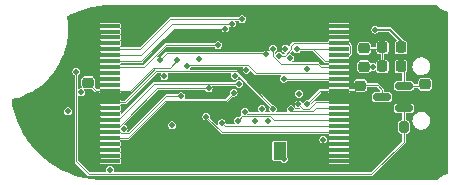
<source format=gbr>
%TF.GenerationSoftware,KiCad,Pcbnew,(6.0.8)*%
%TF.CreationDate,2022-10-18T11:45:21-07:00*%
%TF.ProjectId,ovrdrive,6f767264-7269-4766-952e-6b696361645f,rev?*%
%TF.SameCoordinates,Original*%
%TF.FileFunction,Copper,L4,Bot*%
%TF.FilePolarity,Positive*%
%FSLAX46Y46*%
G04 Gerber Fmt 4.6, Leading zero omitted, Abs format (unit mm)*
G04 Created by KiCad (PCBNEW (6.0.8)) date 2022-10-18 11:45:21*
%MOMM*%
%LPD*%
G01*
G04 APERTURE LIST*
G04 Aperture macros list*
%AMRoundRect*
0 Rectangle with rounded corners*
0 $1 Rounding radius*
0 $2 $3 $4 $5 $6 $7 $8 $9 X,Y pos of 4 corners*
0 Add a 4 corners polygon primitive as box body*
4,1,4,$2,$3,$4,$5,$6,$7,$8,$9,$2,$3,0*
0 Add four circle primitives for the rounded corners*
1,1,$1+$1,$2,$3*
1,1,$1+$1,$4,$5*
1,1,$1+$1,$6,$7*
1,1,$1+$1,$8,$9*
0 Add four rect primitives between the rounded corners*
20,1,$1+$1,$2,$3,$4,$5,0*
20,1,$1+$1,$4,$5,$6,$7,0*
20,1,$1+$1,$6,$7,$8,$9,0*
20,1,$1+$1,$8,$9,$2,$3,0*%
G04 Aperture macros list end*
%TA.AperFunction,ComponentPad*%
%ADD10O,3.500000X1.900000*%
%TD*%
%TA.AperFunction,SMDPad,CuDef*%
%ADD11RoundRect,0.218750X-0.218750X-0.256250X0.218750X-0.256250X0.218750X0.256250X-0.218750X0.256250X0*%
%TD*%
%TA.AperFunction,SMDPad,CuDef*%
%ADD12RoundRect,0.150000X0.587500X0.150000X-0.587500X0.150000X-0.587500X-0.150000X0.587500X-0.150000X0*%
%TD*%
%TA.AperFunction,SMDPad,CuDef*%
%ADD13RoundRect,0.225000X-0.250000X0.225000X-0.250000X-0.225000X0.250000X-0.225000X0.250000X0.225000X0*%
%TD*%
%TA.AperFunction,SMDPad,CuDef*%
%ADD14R,1.000000X1.500000*%
%TD*%
%TA.AperFunction,SMDPad,CuDef*%
%ADD15RoundRect,0.200000X-0.200000X-0.275000X0.200000X-0.275000X0.200000X0.275000X-0.200000X0.275000X0*%
%TD*%
%TA.AperFunction,SMDPad,CuDef*%
%ADD16RoundRect,0.011200X0.768800X0.128800X-0.768800X0.128800X-0.768800X-0.128800X0.768800X-0.128800X0*%
%TD*%
%TA.AperFunction,SMDPad,CuDef*%
%ADD17RoundRect,0.218750X0.218750X0.256250X-0.218750X0.256250X-0.218750X-0.256250X0.218750X-0.256250X0*%
%TD*%
%TA.AperFunction,ViaPad*%
%ADD18C,0.460000*%
%TD*%
%TA.AperFunction,Conductor*%
%ADD19C,0.200000*%
%TD*%
%TA.AperFunction,Conductor*%
%ADD20C,0.100000*%
%TD*%
G04 APERTURE END LIST*
D10*
%TO.P,J1,5,Shield*%
%TO.N,GND*%
X142100000Y-98500000D03*
X142100000Y-109900000D03*
%TD*%
D11*
%TO.P,D2,1,K*%
%TO.N,Net-(C3-Pad1)*%
X138812500Y-100300000D03*
%TO.P,D2,2,A*%
%TO.N,+5V*%
X140387500Y-100300000D03*
%TD*%
D12*
%TO.P,Q1,1,D*%
%TO.N,Net-(C14-Pad1)*%
X140637500Y-103550000D03*
%TO.P,Q1,2,G*%
%TO.N,/KILL*%
X140637500Y-105450000D03*
%TO.P,Q1,3,S*%
%TO.N,+3.3V*%
X138762500Y-104500000D03*
%TD*%
D13*
%TO.P,C2,1*%
%TO.N,+3.3V*%
X113900000Y-103275000D03*
%TO.P,C2,2*%
%TO.N,GND*%
X113900000Y-104825000D03*
%TD*%
D14*
%TO.P,JP1,1,A*%
%TO.N,GND*%
X128800000Y-109050000D03*
%TO.P,JP1,2,B*%
%TO.N,Net-(JP1-Pad2)*%
X130100000Y-109050000D03*
%TD*%
D13*
%TO.P,C1,1*%
%TO.N,+3.3V*%
X136950000Y-103525000D03*
%TO.P,C1,2*%
%TO.N,GND*%
X136950000Y-105075000D03*
%TD*%
D15*
%TO.P,R11,1*%
%TO.N,GND*%
X138975000Y-107050000D03*
%TO.P,R11,2*%
%TO.N,/KILL*%
X140625000Y-107050000D03*
%TD*%
D13*
%TO.P,C3,1*%
%TO.N,Net-(C3-Pad1)*%
X137250000Y-100375000D03*
%TO.P,C3,2*%
%TO.N,/Distruct_PWM*%
X137250000Y-101925000D03*
%TD*%
D16*
%TO.P,U2,48,NC*%
%TO.N,unconnected-(U2-Pad48)*%
X115767500Y-98450000D03*
%TO.P,U2,47,NC*%
%TO.N,unconnected-(U2-Pad47)*%
X115767500Y-98950000D03*
%TO.P,U2,46,NC*%
%TO.N,unconnected-(U2-Pad46)*%
X115767500Y-99450000D03*
%TO.P,U2,45,NC*%
%TO.N,unconnected-(U2-Pad45)*%
X115767500Y-99950000D03*
%TO.P,U2,44,I/O7*%
%TO.N,/FD7*%
X115767500Y-100450000D03*
%TO.P,U2,43,I/O6*%
%TO.N,/FD6*%
X115767500Y-100950000D03*
%TO.P,U2,42,I/O5*%
%TO.N,/FD5*%
X115767500Y-101450000D03*
%TO.P,U2,41,I/O4*%
%TO.N,/FD4*%
X115767500Y-101950000D03*
%TO.P,U2,40,NC*%
%TO.N,unconnected-(U2-Pad40)*%
X115767500Y-102450000D03*
%TO.P,U2,39,NC*%
%TO.N,unconnected-(U2-Pad39)*%
X115767500Y-102950000D03*
%TO.P,U2,38,NC*%
%TO.N,unconnected-(U2-Pad38)*%
X115767500Y-103450000D03*
%TO.P,U2,37,VCC*%
%TO.N,+3.3V*%
X115767500Y-103950000D03*
%TO.P,U2,36,VSS*%
%TO.N,GND*%
X115767500Y-104450000D03*
%TO.P,U2,35,DQS*%
%TO.N,/DQS*%
X115767500Y-104950000D03*
%TO.P,U2,34,NC*%
%TO.N,unconnected-(U2-Pad34)*%
X115767500Y-105450000D03*
%TO.P,U2,33,NC*%
%TO.N,unconnected-(U2-Pad33)*%
X115767500Y-105950000D03*
%TO.P,U2,32,I/O3*%
%TO.N,/FD3*%
X115767500Y-106450000D03*
%TO.P,U2,31,I/O2*%
%TO.N,/FD2*%
X115767500Y-106950000D03*
%TO.P,U2,30,I/O1*%
%TO.N,/FD1*%
X115767500Y-107450000D03*
%TO.P,U2,29,I/O0*%
%TO.N,/FD0*%
X115767500Y-107950000D03*
%TO.P,U2,28,NC*%
%TO.N,unconnected-(U2-Pad28)*%
X115767500Y-108450000D03*
%TO.P,U2,27,NC*%
%TO.N,unconnected-(U2-Pad27)*%
X115767500Y-108950000D03*
%TO.P,U2,26,NC*%
%TO.N,unconnected-(U2-Pad26)*%
X115767500Y-109450000D03*
%TO.P,U2,25,NC*%
%TO.N,unconnected-(U2-Pad25)*%
X115767500Y-109950000D03*
%TO.P,U2,24,NC*%
%TO.N,unconnected-(U2-Pad24)*%
X135127500Y-109950000D03*
%TO.P,U2,23,NC*%
%TO.N,unconnected-(U2-Pad23)*%
X135127500Y-109450000D03*
%TO.P,U2,22,NC*%
%TO.N,unconnected-(U2-Pad22)*%
X135127500Y-108950000D03*
%TO.P,U2,21,NC*%
%TO.N,unconnected-(U2-Pad21)*%
X135127500Y-108450000D03*
%TO.P,U2,20,NC*%
%TO.N,unconnected-(U2-Pad20)*%
X135127500Y-107950000D03*
%TO.P,U2,19,~{WP}*%
%TO.N,/~{WP}*%
X135127500Y-107450000D03*
%TO.P,U2,18,~{WE}*%
%TO.N,/~{WE}*%
X135127500Y-106950000D03*
%TO.P,U2,17,ALE*%
%TO.N,/ALE*%
X135127500Y-106450000D03*
%TO.P,U2,16,CLE*%
%TO.N,/CLE*%
X135127500Y-105950000D03*
%TO.P,U2,15,~{CE3}*%
%TO.N,/~{CE3}*%
X135127500Y-105450000D03*
%TO.P,U2,14,~{CE2}*%
%TO.N,/~{CE2}*%
X135127500Y-104950000D03*
%TO.P,U2,13,VSS*%
%TO.N,GND*%
X135127500Y-104450000D03*
%TO.P,U2,12,VCC*%
%TO.N,+3.3V*%
X135127500Y-103950000D03*
%TO.P,U2,11,NC*%
%TO.N,unconnected-(U2-Pad11)*%
X135127500Y-103450000D03*
%TO.P,U2,10,~{CE1}*%
%TO.N,/~{CE1}*%
X135127500Y-102950000D03*
%TO.P,U2,9,~{CE}*%
%TO.N,Net-(U2-Pad9)*%
X135127500Y-102450000D03*
%TO.P,U2,8,~{RE}*%
%TO.N,/~{RE}*%
X135127500Y-101950000D03*
%TO.P,U2,7,R1/~{B0}*%
%TO.N,/RB1*%
X135127500Y-101450000D03*
%TO.P,U2,6,R/~{B1}*%
%TO.N,/RB0*%
X135127500Y-100950000D03*
%TO.P,U2,5,R1/~{B2}*%
%TO.N,/RB1*%
X135127500Y-100450000D03*
%TO.P,U2,4,R/~{B3}*%
%TO.N,/RB0*%
X135127500Y-99950000D03*
%TO.P,U2,3,NC*%
%TO.N,unconnected-(U2-Pad3)*%
X135127500Y-99450000D03*
%TO.P,U2,2,NC*%
%TO.N,unconnected-(U2-Pad2)*%
X135127500Y-98950000D03*
%TO.P,U2,1,NC*%
%TO.N,unconnected-(U2-Pad1)*%
X135127500Y-98450000D03*
%TD*%
D13*
%TO.P,C14,1*%
%TO.N,Net-(C14-Pad1)*%
X142400000Y-103425000D03*
%TO.P,C14,2*%
%TO.N,GND*%
X142400000Y-104975000D03*
%TD*%
D17*
%TO.P,D3,1,K*%
%TO.N,Net-(C14-Pad1)*%
X140387500Y-101900000D03*
%TO.P,D3,2,A*%
%TO.N,Net-(C3-Pad1)*%
X138812500Y-101900000D03*
%TD*%
D18*
%TO.N,GND*%
X126950000Y-97150000D03*
X110050000Y-106100000D03*
X139750000Y-110950000D03*
X136500000Y-108600000D03*
X135500000Y-97050000D03*
X132350000Y-101200000D03*
X132150000Y-103600000D03*
X122550000Y-105950000D03*
X118700000Y-99150000D03*
X114050000Y-109700000D03*
X114400000Y-106600000D03*
%TO.N,+1V8*%
X131750000Y-104220000D03*
X127300000Y-102200000D03*
X128600000Y-105500000D03*
X131000000Y-101200000D03*
%TO.N,Net-(JP1-Pad2)*%
X130500000Y-109750000D03*
%TO.N,/INHIBIT*%
X112200000Y-105700000D03*
X120350000Y-102750000D03*
%TO.N,/RB1*%
X131550000Y-100450000D03*
%TO.N,/RB0*%
X130050000Y-101010000D03*
%TO.N,/~{CE1}*%
X130450000Y-102950000D03*
%TO.N,/DQS*%
X129550000Y-105540500D03*
%TO.N,/~{CE3}*%
X131050000Y-105540500D03*
%TO.N,/~{CE2}*%
X131700000Y-105100000D03*
%TO.N,/~{RE}*%
X129550000Y-100400000D03*
%TO.N,/~{CE}*%
X119950000Y-101400000D03*
X128991864Y-100879856D03*
%TO.N,/~{WP}*%
X123900000Y-106150000D03*
%TO.N,/~{WE}*%
X125200000Y-106700000D03*
%TO.N,/ALE*%
X126550000Y-106500000D03*
%TO.N,/CLE*%
X127150000Y-105740500D03*
%TO.N,Net-(U2-Pad9)*%
X122300000Y-101850000D03*
%TO.N,+3.3V*%
X128000000Y-106500000D03*
X121400000Y-101400000D03*
X130600000Y-100400000D03*
X126300000Y-102700000D03*
X132400000Y-102100000D03*
X129100000Y-106500000D03*
X123300000Y-101304500D03*
X132400000Y-105100000D03*
%TO.N,GND*%
X132500000Y-109000000D03*
X131000000Y-110600000D03*
%TO.N,+5V*%
X116895500Y-107200000D03*
X115750000Y-110650000D03*
X138200000Y-98800000D03*
X121000000Y-106900000D03*
X133800000Y-108095500D03*
%TO.N,/Distruct_PWM*%
X113279500Y-104100000D03*
X138000000Y-101950000D03*
%TO.N,/KILL*%
X112900000Y-102350000D03*
%TO.N,/FD7*%
X126950000Y-97900000D03*
%TO.N,/FD6*%
X126072701Y-98279500D03*
%TO.N,/FD5*%
X125500000Y-98700000D03*
%TO.N,/FD4*%
X124900000Y-100100000D03*
%TO.N,/FD3*%
X126677375Y-103384648D03*
%TO.N,/FD2*%
X124104500Y-103764148D03*
%TO.N,/FD1*%
X121770207Y-104429793D03*
%TO.N,/FD0*%
X126204500Y-104150000D03*
%TD*%
D19*
%TO.N,+5V*%
X140387500Y-99737500D02*
X140387500Y-100250000D01*
X140387500Y-100250000D02*
X140337500Y-100300000D01*
X138200000Y-98800000D02*
X139450000Y-98800000D01*
X139450000Y-98800000D02*
X140337500Y-99687500D01*
D20*
%TO.N,/RB1*%
X133950000Y-101450000D02*
X132950000Y-100450000D01*
X132950000Y-100450000D02*
X135127500Y-100450000D01*
X131550000Y-100450000D02*
X132950000Y-100450000D01*
X135127500Y-101450000D02*
X133950000Y-101450000D01*
%TO.N,/RB0*%
X131100000Y-100150000D02*
X131300000Y-99950000D01*
X135127500Y-100950000D02*
X135900000Y-100950000D01*
X130527402Y-101010000D02*
X131100000Y-100437402D01*
X136100000Y-100750000D02*
X136100000Y-100150000D01*
X130050000Y-101010000D02*
X130527402Y-101010000D01*
X131300000Y-99950000D02*
X135127500Y-99950000D01*
X136100000Y-100150000D02*
X135900000Y-99950000D01*
X131100000Y-100437402D02*
X131100000Y-100150000D01*
X135900000Y-100950000D02*
X136100000Y-100750000D01*
%TO.N,/~{CE1}*%
X135127500Y-102950000D02*
X130450000Y-102950000D01*
%TO.N,/DQS*%
X129550000Y-105412598D02*
X126457402Y-102320000D01*
X129550000Y-105540500D02*
X129550000Y-105412598D01*
X119680000Y-102320000D02*
X117050000Y-104950000D01*
X126457402Y-102320000D02*
X119680000Y-102320000D01*
X117050000Y-104950000D02*
X115767500Y-104950000D01*
%TO.N,/~{CE3}*%
X133150000Y-105450000D02*
X132920000Y-105680000D01*
X135127500Y-105450000D02*
X133150000Y-105450000D01*
X131189500Y-105680000D02*
X132920000Y-105680000D01*
X131050000Y-105540500D02*
X131189500Y-105680000D01*
%TO.N,/~{CE2}*%
X132080000Y-105480000D02*
X132620000Y-105480000D01*
X135127500Y-104950000D02*
X133150000Y-104950000D01*
X131700000Y-105100000D02*
X132080000Y-105480000D01*
X132620000Y-105480000D02*
X133150000Y-104950000D01*
%TO.N,/~{RE}*%
X129550000Y-100400000D02*
X129550000Y-101047402D01*
X129550000Y-101047402D02*
X130222598Y-101720000D01*
X130222598Y-101720000D02*
X133370000Y-101720000D01*
X133370000Y-101720000D02*
X133600000Y-101950000D01*
X133600000Y-101950000D02*
X135127500Y-101950000D01*
%TO.N,/~{CE}*%
X120550000Y-100800000D02*
X119950000Y-101400000D01*
X128912008Y-100800000D02*
X121000000Y-100800000D01*
X121000000Y-100800000D02*
X120550000Y-100800000D01*
X128991864Y-100879856D02*
X128912008Y-100800000D01*
%TO.N,/~{WP}*%
X135127500Y-107450000D02*
X125200000Y-107450000D01*
X125200000Y-107450000D02*
X123900000Y-106150000D01*
%TO.N,/~{WE}*%
X125450000Y-106950000D02*
X125200000Y-106700000D01*
X135127500Y-106950000D02*
X125450000Y-106950000D01*
%TO.N,/ALE*%
X129587402Y-106450000D02*
X129257402Y-106120000D01*
X126930000Y-106120000D02*
X126550000Y-106500000D01*
X129257402Y-106120000D02*
X126930000Y-106120000D01*
X135127500Y-106450000D02*
X129587402Y-106450000D01*
%TO.N,/CLE*%
X127329500Y-105920000D02*
X127150000Y-105740500D01*
X135127500Y-105950000D02*
X135097500Y-105920000D01*
X135097500Y-105920000D02*
X127329500Y-105920000D01*
%TO.N,Net-(U2-Pad9)*%
X122350000Y-101800000D02*
X122300000Y-101850000D01*
X135127500Y-102450000D02*
X135097500Y-102480000D01*
X135097500Y-102480000D02*
X128117402Y-102480000D01*
X128117402Y-102480000D02*
X127437402Y-101800000D01*
X127437402Y-101800000D02*
X122350000Y-101800000D01*
%TO.N,+3.3V*%
X115767500Y-103950000D02*
X114575000Y-103950000D01*
X136950000Y-103525000D02*
X136975000Y-103500000D01*
X135127500Y-103950000D02*
X136525000Y-103950000D01*
X119400000Y-102000000D02*
X120800000Y-102000000D01*
X114575000Y-103950000D02*
X113900000Y-103275000D01*
X138762500Y-103862500D02*
X138762500Y-104500000D01*
X136525000Y-103950000D02*
X136950000Y-103525000D01*
X136975000Y-103500000D02*
X138400000Y-103500000D01*
X115767500Y-103950000D02*
X117450000Y-103950000D01*
X120800000Y-102000000D02*
X121400000Y-101400000D01*
X135127500Y-103950000D02*
X133550000Y-103950000D01*
X133550000Y-103950000D02*
X132400000Y-105100000D01*
X138400000Y-103500000D02*
X138762500Y-103862500D01*
X117450000Y-103950000D02*
X119400000Y-102000000D01*
D19*
%TO.N,+5V*%
X140300000Y-99650000D02*
X140387500Y-99737500D01*
D20*
%TO.N,Net-(C3-Pad1)*%
X138812500Y-100400000D02*
X138812500Y-101900000D01*
X138812500Y-100400000D02*
X137275000Y-100400000D01*
%TO.N,/Distruct_PWM*%
X138000000Y-101950000D02*
X137275000Y-101950000D01*
%TO.N,Net-(C14-Pad1)*%
X142275000Y-103550000D02*
X142400000Y-103425000D01*
X140637500Y-103550000D02*
X140637500Y-102150000D01*
X140637500Y-103550000D02*
X142275000Y-103550000D01*
X140637500Y-102150000D02*
X140387500Y-101900000D01*
%TO.N,/KILL*%
X137870000Y-111030000D02*
X140625000Y-108275000D01*
X113980000Y-111030000D02*
X137870000Y-111030000D01*
X140637500Y-105450000D02*
X140637500Y-107037500D01*
X112900000Y-109950000D02*
X113980000Y-111030000D01*
X112900000Y-102350000D02*
X112900000Y-109950000D01*
X140625000Y-108275000D02*
X140625000Y-107050000D01*
X140637500Y-107037500D02*
X140625000Y-107050000D01*
%TO.N,/FD7*%
X120850000Y-97900000D02*
X118300000Y-100450000D01*
X126950000Y-97900000D02*
X120850000Y-97900000D01*
X118300000Y-100450000D02*
X115767500Y-100450000D01*
%TO.N,/FD6*%
X126072701Y-98279500D02*
X121020500Y-98279500D01*
X118350000Y-100950000D02*
X115767500Y-100950000D01*
X121020500Y-98279500D02*
X118350000Y-100950000D01*
%TO.N,/FD5*%
X121150000Y-98700000D02*
X118400000Y-101450000D01*
X118400000Y-101450000D02*
X115767500Y-101450000D01*
X125500000Y-98700000D02*
X121150000Y-98700000D01*
%TO.N,/FD4*%
X120450000Y-100100000D02*
X118600000Y-101950000D01*
X124900000Y-100100000D02*
X120450000Y-100100000D01*
X118600000Y-101950000D02*
X115767500Y-101950000D01*
%TO.N,/FD3*%
X119458423Y-103384648D02*
X126677375Y-103384648D01*
X115767500Y-106450000D02*
X116393071Y-106450000D01*
X116393071Y-106450000D02*
X119458423Y-103384648D01*
%TO.N,/FD2*%
X116550000Y-106950000D02*
X115767500Y-106950000D01*
X124104500Y-103764148D02*
X119735852Y-103764148D01*
X119735852Y-103764148D02*
X116550000Y-106950000D01*
%TO.N,/FD1*%
X120520207Y-104429793D02*
X117370000Y-107580000D01*
X121770207Y-104429793D02*
X120520207Y-104429793D01*
X117370000Y-107580000D02*
X116680000Y-107580000D01*
X116550000Y-107450000D02*
X115767500Y-107450000D01*
X116680000Y-107580000D02*
X116550000Y-107450000D01*
%TO.N,/FD0*%
X117282842Y-107950000D02*
X115767500Y-107950000D01*
X125544707Y-104809793D02*
X120423049Y-104809793D01*
X120423049Y-104809793D02*
X117282842Y-107950000D01*
X126204500Y-104150000D02*
X125544707Y-104809793D01*
%TD*%
%TA.AperFunction,Conductor*%
%TO.N,GND*%
G36*
X143451717Y-96738710D02*
G01*
X143572711Y-96860679D01*
X143760559Y-97005601D01*
X143761960Y-97006412D01*
X143949016Y-97114710D01*
X143965882Y-97124475D01*
X143967364Y-97125088D01*
X143967369Y-97125091D01*
X144183599Y-97214607D01*
X144183606Y-97214609D01*
X144185093Y-97215225D01*
X144186656Y-97215641D01*
X144297569Y-97245170D01*
X144327359Y-97267953D01*
X144333963Y-97292521D01*
X144333963Y-110954924D01*
X144319611Y-110989572D01*
X144297569Y-111002275D01*
X144267317Y-111010329D01*
X144185095Y-111032219D01*
X144183599Y-111032838D01*
X144183597Y-111032839D01*
X144078107Y-111076508D01*
X143965885Y-111122964D01*
X143760562Y-111241833D01*
X143572713Y-111386749D01*
X143571578Y-111387893D01*
X143571577Y-111387894D01*
X143451702Y-111508729D01*
X143416916Y-111523219D01*
X115307538Y-111523219D01*
X115292762Y-111520938D01*
X115291029Y-111520390D01*
X115291028Y-111520390D01*
X115283630Y-111518050D01*
X115276269Y-111520506D01*
X115274694Y-111520518D01*
X115260652Y-111522605D01*
X114738980Y-111508640D01*
X114735610Y-111508433D01*
X114194885Y-111456380D01*
X114191525Y-111455938D01*
X113655715Y-111366619D01*
X113652416Y-111365952D01*
X113124047Y-111239791D01*
X113120806Y-111238898D01*
X112602428Y-111076503D01*
X112599255Y-111075388D01*
X112093359Y-110877539D01*
X112090249Y-110876197D01*
X112068106Y-110865718D01*
X111599251Y-110643841D01*
X111596240Y-110642287D01*
X111122470Y-110376527D01*
X111119590Y-110374776D01*
X110665343Y-110076897D01*
X110662605Y-110074964D01*
X110230021Y-109746368D01*
X110227407Y-109744236D01*
X110165994Y-109690500D01*
X109818607Y-109386536D01*
X109816138Y-109384221D01*
X109789978Y-109357922D01*
X109525608Y-109092154D01*
X109433047Y-108999103D01*
X109430741Y-108996618D01*
X109075206Y-108585939D01*
X109073077Y-108583300D01*
X108746800Y-108149031D01*
X108744858Y-108146252D01*
X108731987Y-108126396D01*
X108508961Y-107782350D01*
X108449376Y-107690433D01*
X108447632Y-107687526D01*
X108397630Y-107597275D01*
X108184388Y-107212383D01*
X108182853Y-107209371D01*
X108182632Y-107208896D01*
X107953093Y-106717156D01*
X107951766Y-106714036D01*
X107756594Y-106207114D01*
X107755486Y-106203910D01*
X107600539Y-105700000D01*
X111864402Y-105700000D01*
X111884641Y-105814781D01*
X111886784Y-105818492D01*
X111886784Y-105818493D01*
X111888212Y-105820967D01*
X111942917Y-105915718D01*
X112032201Y-105990636D01*
X112036227Y-105992101D01*
X112036228Y-105992102D01*
X112097897Y-106014548D01*
X112141724Y-106030500D01*
X112258276Y-106030500D01*
X112302103Y-106014548D01*
X112363772Y-105992102D01*
X112363773Y-105992101D01*
X112367799Y-105990636D01*
X112457083Y-105915718D01*
X112511788Y-105820967D01*
X112513216Y-105818493D01*
X112513216Y-105818492D01*
X112515359Y-105814781D01*
X112535598Y-105700000D01*
X112519828Y-105610562D01*
X112516103Y-105589438D01*
X112515359Y-105585219D01*
X112457083Y-105484282D01*
X112367799Y-105409364D01*
X112363773Y-105407899D01*
X112363772Y-105407898D01*
X112265408Y-105372096D01*
X112258276Y-105369500D01*
X112141724Y-105369500D01*
X112134592Y-105372096D01*
X112036228Y-105407898D01*
X112036227Y-105407899D01*
X112032201Y-105409364D01*
X111942917Y-105484282D01*
X111884641Y-105585219D01*
X111883897Y-105589438D01*
X111880172Y-105610562D01*
X111864402Y-105700000D01*
X107600539Y-105700000D01*
X107595836Y-105684705D01*
X107594952Y-105681431D01*
X107471587Y-105152426D01*
X107470932Y-105149100D01*
X107410938Y-104777108D01*
X107406324Y-104748501D01*
X107414976Y-104712011D01*
X107443081Y-104693097D01*
X107766412Y-104614186D01*
X107766423Y-104614183D01*
X107767332Y-104613961D01*
X107955082Y-104552308D01*
X108218191Y-104465909D01*
X108218203Y-104465904D01*
X108219109Y-104465607D01*
X108657970Y-104282541D01*
X109081253Y-104065875D01*
X109103786Y-104052029D01*
X109467345Y-103828624D01*
X109486388Y-103816922D01*
X109507242Y-103801752D01*
X109647802Y-103699500D01*
X109870918Y-103537193D01*
X109871684Y-103536539D01*
X110231781Y-103229010D01*
X110231791Y-103229001D01*
X110232512Y-103228385D01*
X110568974Y-102892371D01*
X110851877Y-102562004D01*
X110877640Y-102531919D01*
X110877643Y-102531915D01*
X110878264Y-102531190D01*
X111010442Y-102350000D01*
X112564402Y-102350000D01*
X112584641Y-102464781D01*
X112642917Y-102565718D01*
X112692023Y-102606923D01*
X112731997Y-102640465D01*
X112749314Y-102673730D01*
X112749500Y-102678001D01*
X112749500Y-109990327D01*
X112752726Y-109995914D01*
X112756531Y-110002505D01*
X112761426Y-110014322D01*
X112765065Y-110027904D01*
X112822095Y-110084935D01*
X112822097Y-110084936D01*
X113902096Y-111164935D01*
X113908328Y-111166605D01*
X113915677Y-111168574D01*
X113927495Y-111173469D01*
X113934086Y-111177275D01*
X113934088Y-111177276D01*
X113939673Y-111180500D01*
X114020265Y-111180501D01*
X114020327Y-111180501D01*
X114020329Y-111180500D01*
X137910327Y-111180500D01*
X137922505Y-111173469D01*
X137934323Y-111168574D01*
X137947904Y-111164935D01*
X138004935Y-111107905D01*
X138004936Y-111107903D01*
X140759935Y-108352904D01*
X140763574Y-108339322D01*
X140768469Y-108327505D01*
X140772274Y-108320914D01*
X140775500Y-108315327D01*
X140775500Y-107674500D01*
X140789852Y-107639852D01*
X140824500Y-107625500D01*
X140869646Y-107625500D01*
X140871071Y-107625330D01*
X140871078Y-107625330D01*
X140892200Y-107622816D01*
X140892201Y-107622816D01*
X140895846Y-107622382D01*
X140899201Y-107620892D01*
X140899204Y-107620891D01*
X140994018Y-107578776D01*
X140994019Y-107578775D01*
X140998153Y-107576939D01*
X141001348Y-107573738D01*
X141001350Y-107573737D01*
X141073610Y-107501350D01*
X141077241Y-107497713D01*
X141122506Y-107395327D01*
X141125500Y-107369646D01*
X141125500Y-106730354D01*
X141124150Y-106719005D01*
X141122816Y-106707800D01*
X141122816Y-106707799D01*
X141122382Y-106704154D01*
X141120892Y-106700799D01*
X141120891Y-106700796D01*
X141078776Y-106605982D01*
X141078775Y-106605981D01*
X141076939Y-106601847D01*
X141073738Y-106598652D01*
X141073737Y-106598650D01*
X141018657Y-106543667D01*
X141015847Y-106540862D01*
X141345497Y-106540862D01*
X141375134Y-106713340D01*
X141376249Y-106715960D01*
X141376250Y-106715964D01*
X141418297Y-106814781D01*
X141443654Y-106874373D01*
X141547383Y-107015324D01*
X141549551Y-107017166D01*
X141549553Y-107017168D01*
X141649259Y-107101874D01*
X141680755Y-107128632D01*
X141836616Y-107208219D01*
X141839384Y-107208896D01*
X141839383Y-107208896D01*
X142004487Y-107249297D01*
X142004493Y-107249298D01*
X142006606Y-107249815D01*
X142017648Y-107250500D01*
X142143822Y-107250500D01*
X142273828Y-107235343D01*
X142438331Y-107175631D01*
X142440708Y-107174072D01*
X142440711Y-107174071D01*
X142491613Y-107140698D01*
X142584685Y-107079677D01*
X142669035Y-106990636D01*
X142703082Y-106954695D01*
X142705040Y-106952628D01*
X142726479Y-106915718D01*
X142791508Y-106803763D01*
X142791510Y-106803758D01*
X142792939Y-106801298D01*
X142796531Y-106789438D01*
X142842842Y-106636532D01*
X142842842Y-106636529D01*
X142843667Y-106633807D01*
X142852713Y-106487996D01*
X142854327Y-106461978D01*
X142854327Y-106461976D01*
X142854503Y-106459138D01*
X142824866Y-106286660D01*
X142823751Y-106284040D01*
X142823750Y-106284036D01*
X142757462Y-106128250D01*
X142756346Y-106125627D01*
X142652617Y-105984676D01*
X142650449Y-105982834D01*
X142650447Y-105982832D01*
X142521412Y-105873209D01*
X142519245Y-105871368D01*
X142363384Y-105791781D01*
X142328647Y-105783281D01*
X142195513Y-105750703D01*
X142195507Y-105750702D01*
X142193394Y-105750185D01*
X142182352Y-105749500D01*
X142056178Y-105749500D01*
X141926172Y-105764657D01*
X141761669Y-105824369D01*
X141759292Y-105825928D01*
X141759289Y-105825929D01*
X141720955Y-105851062D01*
X141615315Y-105920323D01*
X141494960Y-106047372D01*
X141493530Y-106049834D01*
X141408492Y-106196237D01*
X141408490Y-106196242D01*
X141407061Y-106198702D01*
X141406235Y-106201431D01*
X141406234Y-106201432D01*
X141357602Y-106362004D01*
X141356333Y-106366193D01*
X141356157Y-106369033D01*
X141346422Y-106525958D01*
X141345497Y-106540862D01*
X141015847Y-106540862D01*
X140997713Y-106522759D01*
X140895327Y-106477494D01*
X140891671Y-106477068D01*
X140891668Y-106477067D01*
X140882276Y-106475972D01*
X140869646Y-106474500D01*
X140837000Y-106474500D01*
X140802352Y-106460148D01*
X140788000Y-106425500D01*
X140788000Y-105899500D01*
X140802352Y-105864852D01*
X140837000Y-105850500D01*
X141249674Y-105850500D01*
X141322740Y-105835966D01*
X141405601Y-105780601D01*
X141460966Y-105697740D01*
X141475500Y-105624674D01*
X141475500Y-105275326D01*
X141460966Y-105202260D01*
X141405601Y-105119399D01*
X141322740Y-105064034D01*
X141249674Y-105049500D01*
X140025326Y-105049500D01*
X139952260Y-105064034D01*
X139869399Y-105119399D01*
X139814034Y-105202260D01*
X139799500Y-105275326D01*
X139799500Y-105624674D01*
X139814034Y-105697740D01*
X139869399Y-105780601D01*
X139952260Y-105835966D01*
X140025326Y-105850500D01*
X140438000Y-105850500D01*
X140472648Y-105864852D01*
X140487000Y-105899500D01*
X140487000Y-106425500D01*
X140472648Y-106460148D01*
X140438000Y-106474500D01*
X140380354Y-106474500D01*
X140378929Y-106474670D01*
X140378922Y-106474670D01*
X140357800Y-106477184D01*
X140357799Y-106477184D01*
X140354154Y-106477618D01*
X140350799Y-106479108D01*
X140350796Y-106479109D01*
X140255982Y-106521224D01*
X140255981Y-106521225D01*
X140251847Y-106523061D01*
X140248652Y-106526262D01*
X140248650Y-106526263D01*
X140212643Y-106562333D01*
X140172759Y-106602287D01*
X140170929Y-106606425D01*
X140170929Y-106606426D01*
X140163649Y-106622892D01*
X140127494Y-106704673D01*
X140127068Y-106708329D01*
X140127067Y-106708332D01*
X140126402Y-106714036D01*
X140124500Y-106730354D01*
X140124500Y-107369646D01*
X140124670Y-107371071D01*
X140124670Y-107371078D01*
X140127121Y-107391668D01*
X140127618Y-107395846D01*
X140129108Y-107399201D01*
X140129109Y-107399204D01*
X140171027Y-107493574D01*
X140173061Y-107498153D01*
X140176262Y-107501348D01*
X140176263Y-107501350D01*
X140212563Y-107537587D01*
X140252287Y-107577241D01*
X140354673Y-107622506D01*
X140358329Y-107622932D01*
X140358332Y-107622933D01*
X140367724Y-107624028D01*
X140380354Y-107625500D01*
X140425500Y-107625500D01*
X140460148Y-107639852D01*
X140474500Y-107674500D01*
X140474500Y-108192365D01*
X140460148Y-108227013D01*
X137822013Y-110865148D01*
X137787365Y-110879500D01*
X116083996Y-110879500D01*
X116049348Y-110865148D01*
X116034996Y-110830500D01*
X116041561Y-110806000D01*
X116063216Y-110768493D01*
X116063216Y-110768492D01*
X116065359Y-110764781D01*
X116085598Y-110650000D01*
X116065359Y-110535219D01*
X116007083Y-110434282D01*
X115917799Y-110359364D01*
X115913773Y-110357899D01*
X115913772Y-110357898D01*
X115812306Y-110320967D01*
X115812307Y-110320967D01*
X115808276Y-110319500D01*
X115691724Y-110319500D01*
X115687693Y-110320967D01*
X115687694Y-110320967D01*
X115586228Y-110357898D01*
X115586227Y-110357899D01*
X115582201Y-110359364D01*
X115492917Y-110434282D01*
X115434641Y-110535219D01*
X115414402Y-110650000D01*
X115434641Y-110764781D01*
X115436784Y-110768492D01*
X115436784Y-110768493D01*
X115458439Y-110806000D01*
X115463334Y-110843182D01*
X115440504Y-110872935D01*
X115416004Y-110879500D01*
X114062635Y-110879500D01*
X114027987Y-110865148D01*
X113064852Y-109902013D01*
X113050500Y-109867365D01*
X113050500Y-104438340D01*
X113064852Y-104403692D01*
X113099500Y-104389340D01*
X113116259Y-104392295D01*
X113221224Y-104430500D01*
X113337776Y-104430500D01*
X113411429Y-104403692D01*
X113443272Y-104392102D01*
X113443273Y-104392101D01*
X113447299Y-104390636D01*
X113536583Y-104315718D01*
X113594859Y-104214781D01*
X113615098Y-104100000D01*
X113594859Y-103985219D01*
X113591769Y-103979866D01*
X113543342Y-103895989D01*
X113538447Y-103858807D01*
X113561277Y-103829054D01*
X113592173Y-103822908D01*
X113611861Y-103825500D01*
X113899820Y-103825500D01*
X114188138Y-103825499D01*
X114207944Y-103822892D01*
X114244168Y-103832599D01*
X114248986Y-103836825D01*
X114497096Y-104084935D01*
X114503328Y-104086605D01*
X114510677Y-104088574D01*
X114522495Y-104093469D01*
X114534673Y-104100500D01*
X114852695Y-104100500D01*
X114887343Y-104114852D01*
X114892720Y-104122892D01*
X114893481Y-104122383D01*
X114918169Y-104159331D01*
X114922180Y-104162011D01*
X114951104Y-104181338D01*
X114951106Y-104181339D01*
X114955117Y-104184019D01*
X114976494Y-104188271D01*
X114985346Y-104190032D01*
X114985348Y-104190032D01*
X114987700Y-104190500D01*
X116547300Y-104190500D01*
X116549652Y-104190032D01*
X116549654Y-104190032D01*
X116558506Y-104188271D01*
X116579883Y-104184019D01*
X116583894Y-104181339D01*
X116583896Y-104181338D01*
X116612820Y-104162011D01*
X116616831Y-104159331D01*
X116641519Y-104122383D01*
X116643840Y-104123934D01*
X116663588Y-104104216D01*
X116682305Y-104100500D01*
X117490327Y-104100500D01*
X117502505Y-104093469D01*
X117514323Y-104088574D01*
X117527904Y-104084935D01*
X117584935Y-104027905D01*
X117584936Y-104027903D01*
X119447987Y-102164852D01*
X119482635Y-102150500D01*
X119518363Y-102150500D01*
X119553011Y-102164852D01*
X119567363Y-102199500D01*
X119553011Y-102234148D01*
X119545067Y-102242092D01*
X119545064Y-102242097D01*
X117002013Y-104785148D01*
X116967365Y-104799500D01*
X116682305Y-104799500D01*
X116647657Y-104785148D01*
X116642280Y-104777108D01*
X116641519Y-104777617D01*
X116619511Y-104744680D01*
X116616831Y-104740669D01*
X116608188Y-104734894D01*
X116583896Y-104718662D01*
X116583894Y-104718661D01*
X116579883Y-104715981D01*
X116558506Y-104711729D01*
X116549654Y-104709968D01*
X116549652Y-104709968D01*
X116547300Y-104709500D01*
X114987700Y-104709500D01*
X114985348Y-104709968D01*
X114985346Y-104709968D01*
X114976494Y-104711729D01*
X114955117Y-104715981D01*
X114951106Y-104718661D01*
X114951104Y-104718662D01*
X114926812Y-104734894D01*
X114918169Y-104740669D01*
X114915489Y-104744680D01*
X114898905Y-104769500D01*
X114893481Y-104777617D01*
X114887000Y-104810200D01*
X114887000Y-105089800D01*
X114893481Y-105122383D01*
X114918169Y-105159331D01*
X114922180Y-105162011D01*
X114925521Y-105165352D01*
X114939873Y-105200000D01*
X114925521Y-105234648D01*
X114922180Y-105237989D01*
X114918169Y-105240669D01*
X114915489Y-105244680D01*
X114896593Y-105272960D01*
X114893481Y-105277617D01*
X114887000Y-105310200D01*
X114887000Y-105589800D01*
X114893481Y-105622383D01*
X114896161Y-105626394D01*
X114896162Y-105626396D01*
X114898529Y-105629938D01*
X114918169Y-105659331D01*
X114922180Y-105662011D01*
X114925521Y-105665352D01*
X114939873Y-105700000D01*
X114925521Y-105734648D01*
X114922180Y-105737989D01*
X114918169Y-105740669D01*
X114915490Y-105744679D01*
X114915489Y-105744680D01*
X114898905Y-105769500D01*
X114893481Y-105777617D01*
X114887000Y-105810200D01*
X114887000Y-106089800D01*
X114893481Y-106122383D01*
X114918169Y-106159331D01*
X114922180Y-106162011D01*
X114925521Y-106165352D01*
X114939873Y-106200000D01*
X114925521Y-106234648D01*
X114922180Y-106237989D01*
X114918169Y-106240669D01*
X114893481Y-106277617D01*
X114887000Y-106310200D01*
X114887000Y-106589800D01*
X114893481Y-106622383D01*
X114896161Y-106626394D01*
X114896162Y-106626396D01*
X114901114Y-106633807D01*
X114918169Y-106659331D01*
X114922180Y-106662011D01*
X114925521Y-106665352D01*
X114939873Y-106700000D01*
X114925521Y-106734648D01*
X114922180Y-106737989D01*
X114918169Y-106740669D01*
X114893481Y-106777617D01*
X114887000Y-106810200D01*
X114887000Y-107089800D01*
X114893481Y-107122383D01*
X114896161Y-107126394D01*
X114896162Y-107126396D01*
X114912394Y-107150688D01*
X114918169Y-107159331D01*
X114922180Y-107162011D01*
X114925521Y-107165352D01*
X114939873Y-107200000D01*
X114925521Y-107234648D01*
X114922180Y-107237989D01*
X114918169Y-107240669D01*
X114893481Y-107277617D01*
X114887000Y-107310200D01*
X114887000Y-107589800D01*
X114887468Y-107592152D01*
X114887468Y-107592154D01*
X114889229Y-107601006D01*
X114893481Y-107622383D01*
X114918169Y-107659331D01*
X114922180Y-107662011D01*
X114925521Y-107665352D01*
X114939873Y-107700000D01*
X114925521Y-107734648D01*
X114922180Y-107737989D01*
X114918169Y-107740669D01*
X114893481Y-107777617D01*
X114887000Y-107810200D01*
X114887000Y-108089800D01*
X114893481Y-108122383D01*
X114918169Y-108159331D01*
X114922180Y-108162011D01*
X114925521Y-108165352D01*
X114939873Y-108200000D01*
X114925521Y-108234648D01*
X114922180Y-108237989D01*
X114918169Y-108240669D01*
X114915489Y-108244680D01*
X114901563Y-108265522D01*
X114893481Y-108277617D01*
X114887000Y-108310200D01*
X114887000Y-108589800D01*
X114893481Y-108622383D01*
X114918169Y-108659331D01*
X114922180Y-108662011D01*
X114925521Y-108665352D01*
X114939873Y-108700000D01*
X114925521Y-108734648D01*
X114922180Y-108737989D01*
X114918169Y-108740669D01*
X114893481Y-108777617D01*
X114887000Y-108810200D01*
X114887000Y-109089800D01*
X114893481Y-109122383D01*
X114918169Y-109159331D01*
X114922180Y-109162011D01*
X114925521Y-109165352D01*
X114939873Y-109200000D01*
X114925521Y-109234648D01*
X114922180Y-109237989D01*
X114918169Y-109240669D01*
X114893481Y-109277617D01*
X114887000Y-109310200D01*
X114887000Y-109589800D01*
X114893481Y-109622383D01*
X114918169Y-109659331D01*
X114922180Y-109662011D01*
X114925521Y-109665352D01*
X114939873Y-109700000D01*
X114925521Y-109734648D01*
X114922180Y-109737989D01*
X114918169Y-109740669D01*
X114893481Y-109777617D01*
X114887000Y-109810200D01*
X114887000Y-110089800D01*
X114893481Y-110122383D01*
X114918169Y-110159331D01*
X114922180Y-110162011D01*
X114951104Y-110181338D01*
X114951106Y-110181339D01*
X114955117Y-110184019D01*
X114976494Y-110188271D01*
X114985346Y-110190032D01*
X114985348Y-110190032D01*
X114987700Y-110190500D01*
X116547300Y-110190500D01*
X116549652Y-110190032D01*
X116549654Y-110190032D01*
X116558506Y-110188271D01*
X116579883Y-110184019D01*
X116583894Y-110181339D01*
X116583896Y-110181338D01*
X116612820Y-110162011D01*
X116616831Y-110159331D01*
X116641519Y-110122383D01*
X116648000Y-110089800D01*
X116648000Y-109810200D01*
X116641519Y-109777617D01*
X116616831Y-109740669D01*
X116612820Y-109737989D01*
X116609479Y-109734648D01*
X116595127Y-109700000D01*
X116609479Y-109665352D01*
X116612820Y-109662011D01*
X116616831Y-109659331D01*
X116641519Y-109622383D01*
X116648000Y-109589800D01*
X116648000Y-109310200D01*
X116641519Y-109277617D01*
X116616831Y-109240669D01*
X116612820Y-109237989D01*
X116609479Y-109234648D01*
X116595127Y-109200000D01*
X116609479Y-109165352D01*
X116612820Y-109162011D01*
X116616831Y-109159331D01*
X116641519Y-109122383D01*
X116648000Y-109089800D01*
X116648000Y-108810200D01*
X116641519Y-108777617D01*
X116616831Y-108740669D01*
X116612820Y-108737989D01*
X116609479Y-108734648D01*
X116595127Y-108700000D01*
X116609479Y-108665352D01*
X116612820Y-108662011D01*
X116616831Y-108659331D01*
X116641519Y-108622383D01*
X116648000Y-108589800D01*
X116648000Y-108310200D01*
X116644002Y-108290101D01*
X129499500Y-108290101D01*
X129499501Y-109809898D01*
X129505331Y-109839213D01*
X129527543Y-109872457D01*
X129560787Y-109894669D01*
X129565521Y-109895611D01*
X129565522Y-109895611D01*
X129571550Y-109896810D01*
X129590101Y-109900500D01*
X129638392Y-109900500D01*
X130176973Y-109900499D01*
X130211621Y-109914851D01*
X130219408Y-109924999D01*
X130242917Y-109965718D01*
X130332201Y-110040636D01*
X130336227Y-110042101D01*
X130336228Y-110042102D01*
X130392435Y-110062560D01*
X130441724Y-110080500D01*
X130558276Y-110080500D01*
X130607565Y-110062560D01*
X130663772Y-110042102D01*
X130663773Y-110042101D01*
X130667799Y-110040636D01*
X130757083Y-109965718D01*
X130815359Y-109864781D01*
X130835598Y-109750000D01*
X130815359Y-109635219D01*
X130757083Y-109534282D01*
X130718003Y-109501490D01*
X130700686Y-109468225D01*
X130700500Y-109463954D01*
X130700499Y-108292506D01*
X130700499Y-108290102D01*
X130694669Y-108260787D01*
X130672457Y-108227543D01*
X130639213Y-108205331D01*
X130634479Y-108204389D01*
X130634478Y-108204389D01*
X130628450Y-108203190D01*
X130609899Y-108199500D01*
X130607489Y-108199500D01*
X130099365Y-108199501D01*
X129590102Y-108199501D01*
X129560787Y-108205331D01*
X129527543Y-108227543D01*
X129505331Y-108260787D01*
X129499500Y-108290101D01*
X116644002Y-108290101D01*
X116641519Y-108277617D01*
X116633438Y-108265522D01*
X116619511Y-108244680D01*
X116616831Y-108240669D01*
X116612820Y-108237989D01*
X116609479Y-108234648D01*
X116595127Y-108200000D01*
X116609479Y-108165352D01*
X116612820Y-108162011D01*
X116616831Y-108159331D01*
X116641519Y-108122383D01*
X116643840Y-108123934D01*
X116663588Y-108104216D01*
X116682305Y-108100500D01*
X117323169Y-108100500D01*
X117331829Y-108095500D01*
X133464402Y-108095500D01*
X133484641Y-108210281D01*
X133542917Y-108311218D01*
X133632201Y-108386136D01*
X133636227Y-108387601D01*
X133636228Y-108387602D01*
X133697897Y-108410048D01*
X133741724Y-108426000D01*
X133858276Y-108426000D01*
X133902103Y-108410048D01*
X133963772Y-108387602D01*
X133963773Y-108387601D01*
X133967799Y-108386136D01*
X134057083Y-108311218D01*
X134115359Y-108210281D01*
X134135598Y-108095500D01*
X134115359Y-107980719D01*
X134057083Y-107879782D01*
X133967799Y-107804864D01*
X133963773Y-107803399D01*
X133963772Y-107803398D01*
X133862306Y-107766467D01*
X133862307Y-107766467D01*
X133858276Y-107765000D01*
X133741724Y-107765000D01*
X133737693Y-107766467D01*
X133737694Y-107766467D01*
X133636228Y-107803398D01*
X133636227Y-107803399D01*
X133632201Y-107804864D01*
X133542917Y-107879782D01*
X133484641Y-107980719D01*
X133464402Y-108095500D01*
X117331829Y-108095500D01*
X117335347Y-108093469D01*
X117347165Y-108088574D01*
X117360746Y-108084935D01*
X117417777Y-108027905D01*
X117417778Y-108027903D01*
X118545681Y-106900000D01*
X120664402Y-106900000D01*
X120684641Y-107014781D01*
X120686784Y-107018492D01*
X120686784Y-107018493D01*
X120703411Y-107047291D01*
X120742917Y-107115718D01*
X120832201Y-107190636D01*
X120836227Y-107192101D01*
X120836228Y-107192102D01*
X120869519Y-107204219D01*
X120941724Y-107230500D01*
X121058276Y-107230500D01*
X121130481Y-107204219D01*
X121163772Y-107192102D01*
X121163773Y-107192101D01*
X121167799Y-107190636D01*
X121257083Y-107115718D01*
X121296589Y-107047291D01*
X121313216Y-107018493D01*
X121313216Y-107018492D01*
X121315359Y-107014781D01*
X121335598Y-106900000D01*
X121315359Y-106785219D01*
X121257083Y-106684282D01*
X121167799Y-106609364D01*
X121163773Y-106607899D01*
X121163772Y-106607898D01*
X121091264Y-106581507D01*
X121058276Y-106569500D01*
X120941724Y-106569500D01*
X120908736Y-106581507D01*
X120836228Y-106607898D01*
X120836227Y-106607899D01*
X120832201Y-106609364D01*
X120742917Y-106684282D01*
X120684641Y-106785219D01*
X120664402Y-106900000D01*
X118545681Y-106900000D01*
X120471036Y-104974645D01*
X120505684Y-104960293D01*
X125585034Y-104960293D01*
X125597212Y-104953262D01*
X125609030Y-104948367D01*
X125622611Y-104944728D01*
X125679642Y-104887698D01*
X125679643Y-104887696D01*
X126080612Y-104486727D01*
X126115260Y-104472375D01*
X126132018Y-104475330D01*
X126142191Y-104479033D01*
X126142196Y-104479034D01*
X126146224Y-104480500D01*
X126262776Y-104480500D01*
X126306603Y-104464548D01*
X126368272Y-104442102D01*
X126368273Y-104442101D01*
X126372299Y-104440636D01*
X126461583Y-104365718D01*
X126509855Y-104282108D01*
X126517716Y-104268493D01*
X126517716Y-104268492D01*
X126519859Y-104264781D01*
X126540098Y-104150000D01*
X126525341Y-104066307D01*
X126520603Y-104039438D01*
X126519859Y-104035219D01*
X126461583Y-103934282D01*
X126372299Y-103859364D01*
X126368273Y-103857899D01*
X126368272Y-103857898D01*
X126279260Y-103825500D01*
X126262776Y-103819500D01*
X126146224Y-103819500D01*
X126129740Y-103825500D01*
X126040728Y-103857898D01*
X126040727Y-103857899D01*
X126036701Y-103859364D01*
X125947417Y-103934282D01*
X125889141Y-104035219D01*
X125888397Y-104039438D01*
X125883659Y-104066307D01*
X125868902Y-104150000D01*
X125875067Y-104184960D01*
X125882874Y-104229238D01*
X125874757Y-104265852D01*
X125869266Y-104272395D01*
X125496720Y-104644941D01*
X125462072Y-104659293D01*
X122104203Y-104659293D01*
X122069555Y-104644941D01*
X122055203Y-104610293D01*
X122061768Y-104585793D01*
X122064944Y-104580293D01*
X122085566Y-104544574D01*
X122105805Y-104429793D01*
X122092068Y-104351888D01*
X122086310Y-104319231D01*
X122085566Y-104315012D01*
X122072967Y-104293189D01*
X122052069Y-104256993D01*
X122027290Y-104214075D01*
X121938006Y-104139157D01*
X121933980Y-104137692D01*
X121933979Y-104137691D01*
X121866397Y-104113093D01*
X121828483Y-104099293D01*
X121711931Y-104099293D01*
X121674017Y-104113093D01*
X121606435Y-104137691D01*
X121606434Y-104137692D01*
X121602408Y-104139157D01*
X121513124Y-104214075D01*
X121510981Y-104217786D01*
X121510979Y-104217789D01*
X121489615Y-104254793D01*
X121459862Y-104277623D01*
X121447180Y-104279293D01*
X120479880Y-104279293D01*
X120473617Y-104282909D01*
X120467702Y-104286324D01*
X120455885Y-104291219D01*
X120442303Y-104294858D01*
X120409424Y-104327736D01*
X120385272Y-104351888D01*
X120385271Y-104351890D01*
X117322013Y-107415148D01*
X117287365Y-107429500D01*
X117229496Y-107429500D01*
X117194848Y-107415148D01*
X117180496Y-107380500D01*
X117187061Y-107356000D01*
X117208716Y-107318493D01*
X117208716Y-107318492D01*
X117210859Y-107314781D01*
X117213554Y-107299500D01*
X117230354Y-107204219D01*
X117231098Y-107200000D01*
X117213796Y-107101874D01*
X117211603Y-107089438D01*
X117210859Y-107085219D01*
X117152583Y-106984282D01*
X117063299Y-106909364D01*
X117059273Y-106907899D01*
X117059272Y-106907898D01*
X116967164Y-106874373D01*
X116953776Y-106869500D01*
X116951267Y-106869500D01*
X116920319Y-106849783D01*
X116912201Y-106813169D01*
X116925809Y-106787030D01*
X119783839Y-103929000D01*
X119818487Y-103914648D01*
X123781473Y-103914648D01*
X123816121Y-103929000D01*
X123823908Y-103939148D01*
X123845272Y-103976152D01*
X123845274Y-103976155D01*
X123847417Y-103979866D01*
X123936701Y-104054784D01*
X123940727Y-104056249D01*
X123940728Y-104056250D01*
X123993045Y-104075292D01*
X124046224Y-104094648D01*
X124162776Y-104094648D01*
X124215955Y-104075292D01*
X124268272Y-104056250D01*
X124268273Y-104056249D01*
X124272299Y-104054784D01*
X124361583Y-103979866D01*
X124415400Y-103886653D01*
X124417716Y-103882641D01*
X124417716Y-103882640D01*
X124419859Y-103878929D01*
X124440098Y-103764148D01*
X124419859Y-103649367D01*
X124415082Y-103641092D01*
X124396350Y-103608648D01*
X124391455Y-103571466D01*
X124414285Y-103541713D01*
X124438785Y-103535148D01*
X126354348Y-103535148D01*
X126388996Y-103549500D01*
X126396783Y-103559648D01*
X126418147Y-103596652D01*
X126418149Y-103596655D01*
X126420292Y-103600366D01*
X126509576Y-103675284D01*
X126513602Y-103676749D01*
X126513603Y-103676750D01*
X126558917Y-103693243D01*
X126619099Y-103715148D01*
X126735651Y-103715148D01*
X126795833Y-103693243D01*
X126841147Y-103676750D01*
X126841148Y-103676749D01*
X126845174Y-103675284D01*
X126934458Y-103600366D01*
X126992734Y-103499429D01*
X127012973Y-103384648D01*
X126992734Y-103269867D01*
X126989036Y-103263461D01*
X126958780Y-103211057D01*
X126934458Y-103168930D01*
X126845174Y-103094012D01*
X126841148Y-103092547D01*
X126841147Y-103092546D01*
X126739681Y-103055615D01*
X126739682Y-103055615D01*
X126735651Y-103054148D01*
X126619099Y-103054148D01*
X126615068Y-103055615D01*
X126615069Y-103055615D01*
X126513603Y-103092546D01*
X126513602Y-103092547D01*
X126509576Y-103094012D01*
X126420292Y-103168930D01*
X126418149Y-103172641D01*
X126418147Y-103172644D01*
X126396783Y-103209648D01*
X126367030Y-103232478D01*
X126354348Y-103234148D01*
X119418096Y-103234148D01*
X119406801Y-103240669D01*
X119405918Y-103241179D01*
X119394101Y-103246074D01*
X119380519Y-103249713D01*
X119347881Y-103282350D01*
X119323488Y-103306743D01*
X119323487Y-103306745D01*
X116731648Y-105898584D01*
X116697000Y-105912936D01*
X116662352Y-105898584D01*
X116648000Y-105863936D01*
X116648000Y-105810200D01*
X116641519Y-105777617D01*
X116636096Y-105769500D01*
X116619511Y-105744680D01*
X116619510Y-105744679D01*
X116616831Y-105740669D01*
X116612820Y-105737989D01*
X116609479Y-105734648D01*
X116595127Y-105700000D01*
X116609479Y-105665352D01*
X116612820Y-105662011D01*
X116616831Y-105659331D01*
X116636471Y-105629938D01*
X116638838Y-105626396D01*
X116638839Y-105626394D01*
X116641519Y-105622383D01*
X116648000Y-105589800D01*
X116648000Y-105310200D01*
X116641519Y-105277617D01*
X116638408Y-105272960D01*
X116619511Y-105244680D01*
X116616831Y-105240669D01*
X116612820Y-105237989D01*
X116609479Y-105234648D01*
X116595127Y-105200000D01*
X116609479Y-105165352D01*
X116612820Y-105162011D01*
X116616831Y-105159331D01*
X116641519Y-105122383D01*
X116643840Y-105123934D01*
X116663588Y-105104216D01*
X116682305Y-105100500D01*
X117090327Y-105100500D01*
X117102505Y-105093469D01*
X117114323Y-105088574D01*
X117127904Y-105084935D01*
X117184935Y-105027905D01*
X117184936Y-105027903D01*
X119727987Y-102484852D01*
X119762635Y-102470500D01*
X120044871Y-102470500D01*
X120079519Y-102484852D01*
X120093871Y-102519500D01*
X120087306Y-102544000D01*
X120037258Y-102630686D01*
X120034641Y-102635219D01*
X120033897Y-102639438D01*
X120031633Y-102652278D01*
X120014402Y-102750000D01*
X120034641Y-102864781D01*
X120036784Y-102868492D01*
X120036784Y-102868493D01*
X120050570Y-102892371D01*
X120092917Y-102965718D01*
X120182201Y-103040636D01*
X120186227Y-103042101D01*
X120186228Y-103042102D01*
X120236946Y-103060562D01*
X120291724Y-103080500D01*
X120408276Y-103080500D01*
X120463054Y-103060562D01*
X120513772Y-103042102D01*
X120513773Y-103042101D01*
X120517799Y-103040636D01*
X120607083Y-102965718D01*
X120649430Y-102892371D01*
X120663216Y-102868493D01*
X120663216Y-102868492D01*
X120665359Y-102864781D01*
X120685598Y-102750000D01*
X120668367Y-102652278D01*
X120666103Y-102639438D01*
X120665359Y-102635219D01*
X120662742Y-102630686D01*
X120612694Y-102544000D01*
X120607799Y-102506818D01*
X120630629Y-102477065D01*
X120655129Y-102470500D01*
X125966004Y-102470500D01*
X126000652Y-102484852D01*
X126015004Y-102519500D01*
X126008439Y-102543999D01*
X125984641Y-102585219D01*
X125964402Y-102700000D01*
X125969961Y-102731526D01*
X125981947Y-102799500D01*
X125984641Y-102814781D01*
X126042917Y-102915718D01*
X126132201Y-102990636D01*
X126136227Y-102992101D01*
X126136228Y-102992102D01*
X126190515Y-103011861D01*
X126241724Y-103030500D01*
X126358276Y-103030500D01*
X126409485Y-103011861D01*
X126463772Y-102992102D01*
X126463773Y-102992101D01*
X126467799Y-102990636D01*
X126557083Y-102915718D01*
X126615359Y-102814781D01*
X126616103Y-102810562D01*
X126616105Y-102810557D01*
X126617600Y-102802078D01*
X126637751Y-102770449D01*
X126674365Y-102762333D01*
X126700503Y-102775940D01*
X129250382Y-105325819D01*
X129264734Y-105360467D01*
X129258169Y-105384967D01*
X129242493Y-105412119D01*
X129234641Y-105425719D01*
X129214402Y-105540500D01*
X129234641Y-105655281D01*
X129236784Y-105658992D01*
X129236784Y-105658993D01*
X129258150Y-105696000D01*
X129263045Y-105733182D01*
X129240215Y-105762935D01*
X129215715Y-105769500D01*
X128910902Y-105769500D01*
X128876254Y-105755148D01*
X128861902Y-105720500D01*
X128868467Y-105696000D01*
X128868594Y-105695781D01*
X128915359Y-105614781D01*
X128935598Y-105500000D01*
X128915359Y-105385219D01*
X128907783Y-105372096D01*
X128880466Y-105324782D01*
X128857083Y-105284282D01*
X128767799Y-105209364D01*
X128763773Y-105207899D01*
X128763772Y-105207898D01*
X128662306Y-105170967D01*
X128662307Y-105170967D01*
X128658276Y-105169500D01*
X128541724Y-105169500D01*
X128537693Y-105170967D01*
X128537694Y-105170967D01*
X128436228Y-105207898D01*
X128436227Y-105207899D01*
X128432201Y-105209364D01*
X128342917Y-105284282D01*
X128319534Y-105324782D01*
X128292218Y-105372096D01*
X128284641Y-105385219D01*
X128264402Y-105500000D01*
X128284641Y-105614781D01*
X128331407Y-105695781D01*
X128331533Y-105696000D01*
X128336428Y-105733182D01*
X128313598Y-105762935D01*
X128289098Y-105769500D01*
X127531828Y-105769500D01*
X127497180Y-105755148D01*
X127483572Y-105729009D01*
X127466103Y-105629938D01*
X127465359Y-105625719D01*
X127407083Y-105524782D01*
X127317799Y-105449864D01*
X127313773Y-105448399D01*
X127313772Y-105448398D01*
X127241264Y-105422007D01*
X127208276Y-105410000D01*
X127091724Y-105410000D01*
X127058736Y-105422007D01*
X126986228Y-105448398D01*
X126986227Y-105448399D01*
X126982201Y-105449864D01*
X126892917Y-105524782D01*
X126834641Y-105625719D01*
X126814402Y-105740500D01*
X126820239Y-105773604D01*
X126830763Y-105833285D01*
X126834641Y-105855281D01*
X126871126Y-105918474D01*
X126871538Y-105919188D01*
X126876433Y-105956370D01*
X126855013Y-105984283D01*
X126852096Y-105985065D01*
X126847535Y-105989626D01*
X126795065Y-106042095D01*
X126795064Y-106042097D01*
X126673888Y-106163273D01*
X126639240Y-106177625D01*
X126622482Y-106174670D01*
X126612309Y-106170967D01*
X126612304Y-106170966D01*
X126608276Y-106169500D01*
X126491724Y-106169500D01*
X126487693Y-106170967D01*
X126487694Y-106170967D01*
X126386228Y-106207898D01*
X126386227Y-106207899D01*
X126382201Y-106209364D01*
X126292917Y-106284282D01*
X126234641Y-106385219D01*
X126214402Y-106500000D01*
X126234641Y-106614781D01*
X126292917Y-106715718D01*
X126296198Y-106718471D01*
X126296646Y-106719005D01*
X126307922Y-106754772D01*
X126290604Y-106788037D01*
X126259109Y-106799500D01*
X125576450Y-106799500D01*
X125541802Y-106785148D01*
X125527450Y-106750500D01*
X125528194Y-106741991D01*
X125534854Y-106704220D01*
X125534854Y-106704219D01*
X125535598Y-106700000D01*
X125518291Y-106601847D01*
X125516103Y-106589438D01*
X125515359Y-106585219D01*
X125457083Y-106484282D01*
X125367799Y-106409364D01*
X125363773Y-106407899D01*
X125363772Y-106407898D01*
X125262306Y-106370967D01*
X125262307Y-106370967D01*
X125258276Y-106369500D01*
X125141724Y-106369500D01*
X125137693Y-106370967D01*
X125137694Y-106370967D01*
X125036228Y-106407898D01*
X125036227Y-106407899D01*
X125032201Y-106409364D01*
X124942917Y-106484282D01*
X124884641Y-106585219D01*
X124883897Y-106589438D01*
X124881709Y-106601847D01*
X124864402Y-106700000D01*
X124865146Y-106704219D01*
X124880565Y-106791665D01*
X124872447Y-106828279D01*
X124840818Y-106848430D01*
X124804204Y-106840312D01*
X124797661Y-106834822D01*
X124235234Y-106272395D01*
X124220882Y-106237747D01*
X124221626Y-106229238D01*
X124225107Y-106209500D01*
X124235598Y-106150000D01*
X124217502Y-106047372D01*
X124216103Y-106039438D01*
X124215359Y-106035219D01*
X124212635Y-106030500D01*
X124187502Y-105986969D01*
X124157083Y-105934282D01*
X124067799Y-105859364D01*
X124063773Y-105857899D01*
X124063772Y-105857898D01*
X123962306Y-105820967D01*
X123962307Y-105820967D01*
X123958276Y-105819500D01*
X123841724Y-105819500D01*
X123837693Y-105820967D01*
X123837694Y-105820967D01*
X123736228Y-105857898D01*
X123736227Y-105857899D01*
X123732201Y-105859364D01*
X123642917Y-105934282D01*
X123612498Y-105986969D01*
X123587366Y-106030500D01*
X123584641Y-106035219D01*
X123583897Y-106039438D01*
X123582498Y-106047372D01*
X123564402Y-106150000D01*
X123584641Y-106264781D01*
X123642917Y-106365718D01*
X123732201Y-106440636D01*
X123736227Y-106442101D01*
X123736228Y-106442102D01*
X123790836Y-106461978D01*
X123841724Y-106480500D01*
X123958276Y-106480500D01*
X123962304Y-106479034D01*
X123962309Y-106479033D01*
X123972482Y-106475330D01*
X124009949Y-106476966D01*
X124023888Y-106486727D01*
X125122096Y-107584935D01*
X125128328Y-107586605D01*
X125135677Y-107588574D01*
X125147495Y-107593469D01*
X125154086Y-107597275D01*
X125154088Y-107597276D01*
X125159673Y-107600500D01*
X125240265Y-107600501D01*
X125240327Y-107600501D01*
X125240329Y-107600500D01*
X134212695Y-107600500D01*
X134247343Y-107614852D01*
X134252720Y-107622892D01*
X134253481Y-107622383D01*
X134278169Y-107659331D01*
X134282180Y-107662011D01*
X134285521Y-107665352D01*
X134299873Y-107700000D01*
X134285521Y-107734648D01*
X134282180Y-107737989D01*
X134278169Y-107740669D01*
X134253481Y-107777617D01*
X134247000Y-107810200D01*
X134247000Y-108089800D01*
X134253481Y-108122383D01*
X134278169Y-108159331D01*
X134282180Y-108162011D01*
X134285521Y-108165352D01*
X134299873Y-108200000D01*
X134285521Y-108234648D01*
X134282180Y-108237989D01*
X134278169Y-108240669D01*
X134275489Y-108244680D01*
X134261563Y-108265522D01*
X134253481Y-108277617D01*
X134247000Y-108310200D01*
X134247000Y-108589800D01*
X134253481Y-108622383D01*
X134278169Y-108659331D01*
X134282180Y-108662011D01*
X134285521Y-108665352D01*
X134299873Y-108700000D01*
X134285521Y-108734648D01*
X134282180Y-108737989D01*
X134278169Y-108740669D01*
X134253481Y-108777617D01*
X134247000Y-108810200D01*
X134247000Y-109089800D01*
X134253481Y-109122383D01*
X134278169Y-109159331D01*
X134282180Y-109162011D01*
X134285521Y-109165352D01*
X134299873Y-109200000D01*
X134285521Y-109234648D01*
X134282180Y-109237989D01*
X134278169Y-109240669D01*
X134253481Y-109277617D01*
X134247000Y-109310200D01*
X134247000Y-109589800D01*
X134253481Y-109622383D01*
X134278169Y-109659331D01*
X134282180Y-109662011D01*
X134285521Y-109665352D01*
X134299873Y-109700000D01*
X134285521Y-109734648D01*
X134282180Y-109737989D01*
X134278169Y-109740669D01*
X134253481Y-109777617D01*
X134247000Y-109810200D01*
X134247000Y-110089800D01*
X134253481Y-110122383D01*
X134278169Y-110159331D01*
X134282180Y-110162011D01*
X134311104Y-110181338D01*
X134311106Y-110181339D01*
X134315117Y-110184019D01*
X134336494Y-110188271D01*
X134345346Y-110190032D01*
X134345348Y-110190032D01*
X134347700Y-110190500D01*
X135907300Y-110190500D01*
X135909652Y-110190032D01*
X135909654Y-110190032D01*
X135918506Y-110188271D01*
X135939883Y-110184019D01*
X135943894Y-110181339D01*
X135943896Y-110181338D01*
X135972820Y-110162011D01*
X135976831Y-110159331D01*
X136001519Y-110122383D01*
X136008000Y-110089800D01*
X136008000Y-109810200D01*
X136001519Y-109777617D01*
X135976831Y-109740669D01*
X135972820Y-109737989D01*
X135969479Y-109734648D01*
X135955127Y-109700000D01*
X135969479Y-109665352D01*
X135972820Y-109662011D01*
X135976831Y-109659331D01*
X136001519Y-109622383D01*
X136008000Y-109589800D01*
X136008000Y-109310200D01*
X136001519Y-109277617D01*
X135976831Y-109240669D01*
X135972820Y-109237989D01*
X135969479Y-109234648D01*
X135955127Y-109200000D01*
X135969479Y-109165352D01*
X135972820Y-109162011D01*
X135976831Y-109159331D01*
X136001519Y-109122383D01*
X136008000Y-109089800D01*
X136008000Y-108810200D01*
X136001519Y-108777617D01*
X135976831Y-108740669D01*
X135972820Y-108737989D01*
X135969479Y-108734648D01*
X135955127Y-108700000D01*
X135969479Y-108665352D01*
X135972820Y-108662011D01*
X135976831Y-108659331D01*
X136001519Y-108622383D01*
X136008000Y-108589800D01*
X136008000Y-108310200D01*
X136001519Y-108277617D01*
X135993438Y-108265522D01*
X135979511Y-108244680D01*
X135976831Y-108240669D01*
X135972820Y-108237989D01*
X135969479Y-108234648D01*
X135955127Y-108200000D01*
X135969479Y-108165352D01*
X135972820Y-108162011D01*
X135976831Y-108159331D01*
X136001519Y-108122383D01*
X136008000Y-108089800D01*
X136008000Y-107810200D01*
X136001519Y-107777617D01*
X135976831Y-107740669D01*
X135972820Y-107737989D01*
X135969479Y-107734648D01*
X135955127Y-107700000D01*
X135969479Y-107665352D01*
X135972820Y-107662011D01*
X135976831Y-107659331D01*
X136001519Y-107622383D01*
X136005771Y-107601006D01*
X136007532Y-107592154D01*
X136007532Y-107592152D01*
X136008000Y-107589800D01*
X136008000Y-107310200D01*
X136001519Y-107277617D01*
X135976831Y-107240669D01*
X135972820Y-107237989D01*
X135969479Y-107234648D01*
X135955127Y-107200000D01*
X135969479Y-107165352D01*
X135972820Y-107162011D01*
X135976831Y-107159331D01*
X135982606Y-107150688D01*
X135998838Y-107126396D01*
X135998839Y-107126394D01*
X136001519Y-107122383D01*
X136008000Y-107089800D01*
X136008000Y-106810200D01*
X136001519Y-106777617D01*
X135976831Y-106740669D01*
X135972820Y-106737989D01*
X135969479Y-106734648D01*
X135955127Y-106700000D01*
X135969479Y-106665352D01*
X135972820Y-106662011D01*
X135976831Y-106659331D01*
X135993886Y-106633807D01*
X135998838Y-106626396D01*
X135998839Y-106626394D01*
X136001519Y-106622383D01*
X136008000Y-106589800D01*
X136008000Y-106310200D01*
X136001519Y-106277617D01*
X135976831Y-106240669D01*
X135972820Y-106237989D01*
X135969479Y-106234648D01*
X135955127Y-106200000D01*
X135969479Y-106165352D01*
X135972820Y-106162011D01*
X135976831Y-106159331D01*
X136001519Y-106122383D01*
X136008000Y-106089800D01*
X136008000Y-105810200D01*
X136001519Y-105777617D01*
X135996096Y-105769500D01*
X135979511Y-105744680D01*
X135979510Y-105744679D01*
X135976831Y-105740669D01*
X135972820Y-105737989D01*
X135969479Y-105734648D01*
X135955127Y-105700000D01*
X135969479Y-105665352D01*
X135972820Y-105662011D01*
X135976831Y-105659331D01*
X135996471Y-105629938D01*
X135998838Y-105626396D01*
X135998839Y-105626394D01*
X136001519Y-105622383D01*
X136008000Y-105589800D01*
X136008000Y-105310200D01*
X136001519Y-105277617D01*
X135998408Y-105272960D01*
X135979511Y-105244680D01*
X135976831Y-105240669D01*
X135972820Y-105237989D01*
X135969479Y-105234648D01*
X135955127Y-105200000D01*
X135969479Y-105165352D01*
X135972820Y-105162011D01*
X135976831Y-105159331D01*
X136001519Y-105122383D01*
X136008000Y-105089800D01*
X136008000Y-104810200D01*
X136001519Y-104777617D01*
X135996096Y-104769500D01*
X135979511Y-104744680D01*
X135976831Y-104740669D01*
X135968188Y-104734894D01*
X135943896Y-104718662D01*
X135943894Y-104718661D01*
X135939883Y-104715981D01*
X135918506Y-104711729D01*
X135909654Y-104709968D01*
X135909652Y-104709968D01*
X135907300Y-104709500D01*
X134347700Y-104709500D01*
X134345348Y-104709968D01*
X134345346Y-104709968D01*
X134336494Y-104711729D01*
X134315117Y-104715981D01*
X134311106Y-104718661D01*
X134311104Y-104718662D01*
X134286812Y-104734894D01*
X134278169Y-104740669D01*
X134253481Y-104777617D01*
X134251160Y-104776066D01*
X134231412Y-104795784D01*
X134212695Y-104799500D01*
X133109673Y-104799500D01*
X133097495Y-104806531D01*
X133085678Y-104811426D01*
X133072096Y-104815065D01*
X133067536Y-104819625D01*
X133015065Y-104872095D01*
X133015064Y-104872097D01*
X132809886Y-105077275D01*
X132775238Y-105091627D01*
X132740590Y-105077275D01*
X132726982Y-105051136D01*
X132722886Y-105027905D01*
X132721626Y-105020761D01*
X132729743Y-104984148D01*
X132735234Y-104977605D01*
X133597987Y-104114852D01*
X133632635Y-104100500D01*
X134212695Y-104100500D01*
X134247343Y-104114852D01*
X134252720Y-104122892D01*
X134253481Y-104122383D01*
X134278169Y-104159331D01*
X134282180Y-104162011D01*
X134311104Y-104181338D01*
X134311106Y-104181339D01*
X134315117Y-104184019D01*
X134336494Y-104188271D01*
X134345346Y-104190032D01*
X134345348Y-104190032D01*
X134347700Y-104190500D01*
X135907300Y-104190500D01*
X135909652Y-104190032D01*
X135909654Y-104190032D01*
X135918506Y-104188271D01*
X135939883Y-104184019D01*
X135943894Y-104181339D01*
X135943896Y-104181338D01*
X135972820Y-104162011D01*
X135976831Y-104159331D01*
X136001519Y-104122383D01*
X136003840Y-104123934D01*
X136023588Y-104104216D01*
X136042305Y-104100500D01*
X136565327Y-104100500D01*
X136577505Y-104093469D01*
X136589323Y-104088574D01*
X136602904Y-104084935D01*
X136607468Y-104080371D01*
X136610033Y-104078890D01*
X136640929Y-104072744D01*
X136654547Y-104074537D01*
X136660279Y-104075292D01*
X136660283Y-104075292D01*
X136661861Y-104075500D01*
X136949909Y-104075500D01*
X137238138Y-104075499D01*
X137258148Y-104072865D01*
X137281831Y-104069748D01*
X137281832Y-104069748D01*
X137285545Y-104069259D01*
X137389579Y-104020747D01*
X137470747Y-103939579D01*
X137484313Y-103910487D01*
X137517675Y-103838943D01*
X137517676Y-103838940D01*
X137519259Y-103835545D01*
X137525500Y-103788139D01*
X137525500Y-103699500D01*
X137539852Y-103664852D01*
X137574500Y-103650500D01*
X138317365Y-103650500D01*
X138352013Y-103664852D01*
X138597648Y-103910487D01*
X138612000Y-103945135D01*
X138612000Y-104050500D01*
X138597648Y-104085148D01*
X138563000Y-104099500D01*
X138150326Y-104099500D01*
X138077260Y-104114034D01*
X137994399Y-104169399D01*
X137939034Y-104252260D01*
X137924500Y-104325326D01*
X137924500Y-104674674D01*
X137939034Y-104747740D01*
X137994399Y-104830601D01*
X138077260Y-104885966D01*
X138150326Y-104900500D01*
X139374674Y-104900500D01*
X139447740Y-104885966D01*
X139530601Y-104830601D01*
X139585966Y-104747740D01*
X139600500Y-104674674D01*
X139600500Y-104325326D01*
X139585966Y-104252260D01*
X139530601Y-104169399D01*
X139447740Y-104114034D01*
X139374674Y-104099500D01*
X138962000Y-104099500D01*
X138927352Y-104085148D01*
X138913000Y-104050500D01*
X138913000Y-103822173D01*
X138905969Y-103809995D01*
X138901074Y-103798177D01*
X138899690Y-103793011D01*
X138897435Y-103784596D01*
X138840405Y-103727565D01*
X138840403Y-103727564D01*
X138837513Y-103724674D01*
X139799500Y-103724674D01*
X139814034Y-103797740D01*
X139869399Y-103880601D01*
X139952260Y-103935966D01*
X140025326Y-103950500D01*
X141249674Y-103950500D01*
X141322740Y-103935966D01*
X141405601Y-103880601D01*
X141460966Y-103797740D01*
X141472464Y-103739939D01*
X141493298Y-103708758D01*
X141520521Y-103700500D01*
X141784364Y-103700500D01*
X141819012Y-103714852D01*
X141830592Y-103734413D01*
X141830741Y-103735545D01*
X141832325Y-103738942D01*
X141832326Y-103738945D01*
X141855266Y-103788139D01*
X141879253Y-103839579D01*
X141960421Y-103920747D01*
X141975756Y-103927898D01*
X142061057Y-103967675D01*
X142061060Y-103967676D01*
X142064455Y-103969259D01*
X142111861Y-103975500D01*
X142399909Y-103975500D01*
X142688138Y-103975499D01*
X142708148Y-103972865D01*
X142731831Y-103969748D01*
X142731832Y-103969748D01*
X142735545Y-103969259D01*
X142839579Y-103920747D01*
X142920747Y-103839579D01*
X142944734Y-103788139D01*
X142967675Y-103738943D01*
X142967676Y-103738940D01*
X142969259Y-103735545D01*
X142975500Y-103688139D01*
X142975499Y-103161862D01*
X142969259Y-103114455D01*
X142920747Y-103010421D01*
X142839579Y-102929253D01*
X142760486Y-102892371D01*
X142738943Y-102882325D01*
X142738940Y-102882324D01*
X142735545Y-102880741D01*
X142688139Y-102874500D01*
X142400091Y-102874500D01*
X142111862Y-102874501D01*
X142091852Y-102877135D01*
X142068169Y-102880252D01*
X142068168Y-102880252D01*
X142064455Y-102880741D01*
X141960421Y-102929253D01*
X141879253Y-103010421D01*
X141869890Y-103030500D01*
X141832325Y-103111057D01*
X141832324Y-103111060D01*
X141830741Y-103114455D01*
X141824500Y-103161861D01*
X141824500Y-103350500D01*
X141810148Y-103385148D01*
X141775500Y-103399500D01*
X141520521Y-103399500D01*
X141485873Y-103385148D01*
X141472464Y-103360062D01*
X141460966Y-103302260D01*
X141405601Y-103219399D01*
X141322740Y-103164034D01*
X141249674Y-103149500D01*
X140837000Y-103149500D01*
X140802352Y-103135148D01*
X140788000Y-103100500D01*
X140788000Y-102446284D01*
X140802352Y-102411636D01*
X140871799Y-102342189D01*
X140896107Y-102290060D01*
X140917795Y-102243551D01*
X140917796Y-102243548D01*
X140919379Y-102240153D01*
X140925500Y-102193659D01*
X140925500Y-101940862D01*
X141345497Y-101940862D01*
X141375134Y-102113340D01*
X141376249Y-102115960D01*
X141376250Y-102115964D01*
X141419877Y-102218493D01*
X141443654Y-102274373D01*
X141547383Y-102415324D01*
X141549551Y-102417166D01*
X141549553Y-102417168D01*
X141632788Y-102487881D01*
X141680755Y-102528632D01*
X141683284Y-102529924D01*
X141683285Y-102529924D01*
X141687192Y-102531919D01*
X141836616Y-102608219D01*
X141839384Y-102608896D01*
X141839383Y-102608896D01*
X142004487Y-102649297D01*
X142004493Y-102649298D01*
X142006606Y-102649815D01*
X142017648Y-102650500D01*
X142143822Y-102650500D01*
X142273828Y-102635343D01*
X142438331Y-102575631D01*
X142440708Y-102574072D01*
X142440711Y-102574071D01*
X142507301Y-102530412D01*
X142584685Y-102479677D01*
X142705040Y-102352628D01*
X142729684Y-102310200D01*
X142791508Y-102203763D01*
X142791510Y-102203758D01*
X142792939Y-102201298D01*
X142795738Y-102192057D01*
X142842842Y-102036532D01*
X142842842Y-102036529D01*
X142843667Y-102033807D01*
X142853798Y-101870500D01*
X142854327Y-101861978D01*
X142854327Y-101861976D01*
X142854503Y-101859138D01*
X142824866Y-101686660D01*
X142823751Y-101684040D01*
X142823750Y-101684036D01*
X142757462Y-101528250D01*
X142756346Y-101525627D01*
X142652617Y-101384676D01*
X142650449Y-101382834D01*
X142650447Y-101382832D01*
X142521412Y-101273209D01*
X142519245Y-101271368D01*
X142363384Y-101191781D01*
X142331663Y-101184019D01*
X142195513Y-101150703D01*
X142195507Y-101150702D01*
X142193394Y-101150185D01*
X142182352Y-101149500D01*
X142056178Y-101149500D01*
X141926172Y-101164657D01*
X141761669Y-101224369D01*
X141759292Y-101225928D01*
X141759289Y-101225929D01*
X141708387Y-101259302D01*
X141615315Y-101320323D01*
X141558544Y-101380252D01*
X141518055Y-101422993D01*
X141494960Y-101447372D01*
X141493530Y-101449834D01*
X141408492Y-101596237D01*
X141408490Y-101596242D01*
X141407061Y-101598702D01*
X141406235Y-101601431D01*
X141406234Y-101601432D01*
X141362849Y-101744680D01*
X141356333Y-101766193D01*
X141345497Y-101940862D01*
X140925500Y-101940862D01*
X140925499Y-101606342D01*
X140920650Y-101569500D01*
X140919868Y-101563561D01*
X140919868Y-101563560D01*
X140919379Y-101559847D01*
X140871799Y-101457811D01*
X140792189Y-101378201D01*
X140711339Y-101340500D01*
X140693551Y-101332205D01*
X140693548Y-101332204D01*
X140690153Y-101330621D01*
X140643659Y-101324500D01*
X140387581Y-101324500D01*
X140131342Y-101324501D01*
X140111617Y-101327097D01*
X140088561Y-101330132D01*
X140088560Y-101330132D01*
X140084847Y-101330621D01*
X139982811Y-101378201D01*
X139903201Y-101457811D01*
X139901390Y-101461695D01*
X139857205Y-101556449D01*
X139857204Y-101556452D01*
X139855621Y-101559847D01*
X139849500Y-101606341D01*
X139849501Y-102193658D01*
X139850147Y-102198568D01*
X139854972Y-102235219D01*
X139855621Y-102240153D01*
X139903201Y-102342189D01*
X139982811Y-102421799D01*
X140006307Y-102432755D01*
X140081449Y-102467795D01*
X140081452Y-102467796D01*
X140084847Y-102469379D01*
X140131341Y-102475500D01*
X140142587Y-102475500D01*
X140438000Y-102475499D01*
X140472648Y-102489851D01*
X140487000Y-102524499D01*
X140487000Y-103100500D01*
X140472648Y-103135148D01*
X140438000Y-103149500D01*
X140025326Y-103149500D01*
X139952260Y-103164034D01*
X139869399Y-103219399D01*
X139814034Y-103302260D01*
X139799500Y-103375326D01*
X139799500Y-103724674D01*
X138837513Y-103724674D01*
X138477904Y-103365065D01*
X138464322Y-103361426D01*
X138452505Y-103356531D01*
X138445914Y-103352725D01*
X138445912Y-103352724D01*
X138440327Y-103349500D01*
X138359736Y-103349499D01*
X138359674Y-103349499D01*
X138359672Y-103349500D01*
X137574499Y-103349500D01*
X137539851Y-103335148D01*
X137525499Y-103300500D01*
X137525499Y-103261862D01*
X137519259Y-103214455D01*
X137470747Y-103110421D01*
X137389579Y-103029253D01*
X137309909Y-102992102D01*
X137288943Y-102982325D01*
X137288940Y-102982324D01*
X137285545Y-102980741D01*
X137238139Y-102974500D01*
X136950091Y-102974500D01*
X136661862Y-102974501D01*
X136641852Y-102977135D01*
X136618169Y-102980252D01*
X136618168Y-102980252D01*
X136614455Y-102980741D01*
X136510421Y-103029253D01*
X136429253Y-103110421D01*
X136427442Y-103114305D01*
X136382325Y-103211057D01*
X136382324Y-103211060D01*
X136380741Y-103214455D01*
X136374500Y-103261861D01*
X136374500Y-103263461D01*
X136374501Y-103750500D01*
X136360149Y-103785148D01*
X136325501Y-103799500D01*
X136042305Y-103799500D01*
X136007657Y-103785148D01*
X136002280Y-103777108D01*
X136001519Y-103777617D01*
X135979511Y-103744680D01*
X135976831Y-103740669D01*
X135972820Y-103737989D01*
X135969479Y-103734648D01*
X135955127Y-103700000D01*
X135969479Y-103665352D01*
X135972820Y-103662011D01*
X135976831Y-103659331D01*
X135989018Y-103641092D01*
X135998838Y-103626396D01*
X135998839Y-103626394D01*
X136001519Y-103622383D01*
X136008000Y-103589800D01*
X136008000Y-103310200D01*
X136007362Y-103306989D01*
X136002460Y-103282350D01*
X136001519Y-103277617D01*
X135993861Y-103266155D01*
X135981759Y-103248044D01*
X135976831Y-103240669D01*
X135972820Y-103237989D01*
X135969479Y-103234648D01*
X135955127Y-103200000D01*
X135969479Y-103165352D01*
X135972820Y-103162011D01*
X135976831Y-103159331D01*
X136001519Y-103122383D01*
X136008000Y-103089800D01*
X136008000Y-102810200D01*
X136006385Y-102802078D01*
X136005771Y-102798994D01*
X136001519Y-102777617D01*
X135996730Y-102770449D01*
X135979511Y-102744680D01*
X135976831Y-102740669D01*
X135972820Y-102737989D01*
X135969479Y-102734648D01*
X135955127Y-102700000D01*
X135969479Y-102665352D01*
X135972820Y-102662011D01*
X135976831Y-102659331D01*
X135992639Y-102635673D01*
X135998838Y-102626396D01*
X135998839Y-102626394D01*
X136001519Y-102622383D01*
X136008000Y-102589800D01*
X136008000Y-102310200D01*
X136006385Y-102302078D01*
X136002460Y-102282350D01*
X136001519Y-102277617D01*
X135996730Y-102270449D01*
X135979511Y-102244680D01*
X135976831Y-102240669D01*
X135972820Y-102237989D01*
X135969479Y-102234648D01*
X135955127Y-102200000D01*
X135969479Y-102165352D01*
X135972820Y-102162011D01*
X135976831Y-102159331D01*
X135993132Y-102134935D01*
X135998838Y-102126396D01*
X135998839Y-102126394D01*
X136001519Y-102122383D01*
X136005771Y-102101006D01*
X136007532Y-102092154D01*
X136007532Y-102092152D01*
X136008000Y-102089800D01*
X136008000Y-101810200D01*
X136001519Y-101777617D01*
X135995784Y-101769033D01*
X135979511Y-101744680D01*
X135976831Y-101740669D01*
X135972820Y-101737989D01*
X135969479Y-101734648D01*
X135955127Y-101700000D01*
X135969479Y-101665352D01*
X135972820Y-101662011D01*
X135973044Y-101661861D01*
X136674500Y-101661861D01*
X136674501Y-102188138D01*
X136675507Y-102195781D01*
X136678497Y-102218493D01*
X136680741Y-102235545D01*
X136729253Y-102339579D01*
X136810421Y-102420747D01*
X136814306Y-102422558D01*
X136814305Y-102422558D01*
X136911057Y-102467675D01*
X136911060Y-102467676D01*
X136914455Y-102469259D01*
X136961861Y-102475500D01*
X137249909Y-102475500D01*
X137538138Y-102475499D01*
X137558148Y-102472865D01*
X137581831Y-102469748D01*
X137581832Y-102469748D01*
X137585545Y-102469259D01*
X137689579Y-102420747D01*
X137770747Y-102339579D01*
X137800132Y-102276563D01*
X137827781Y-102251227D01*
X137861299Y-102251227D01*
X137941724Y-102280500D01*
X138058276Y-102280500D01*
X138125588Y-102256000D01*
X138163772Y-102242102D01*
X138163773Y-102242101D01*
X138167799Y-102240636D01*
X138201515Y-102212345D01*
X138237283Y-102201067D01*
X138270548Y-102218384D01*
X138280055Y-102236171D01*
X138280131Y-102236433D01*
X138280621Y-102240153D01*
X138282205Y-102243549D01*
X138282206Y-102243553D01*
X138303893Y-102290060D01*
X138328201Y-102342189D01*
X138407811Y-102421799D01*
X138431307Y-102432755D01*
X138506449Y-102467795D01*
X138506452Y-102467796D01*
X138509847Y-102469379D01*
X138556341Y-102475500D01*
X138812419Y-102475500D01*
X139068658Y-102475499D01*
X139106637Y-102470500D01*
X139111439Y-102469868D01*
X139111440Y-102469868D01*
X139115153Y-102469379D01*
X139217189Y-102421799D01*
X139296799Y-102342189D01*
X139321107Y-102290060D01*
X139342795Y-102243551D01*
X139342796Y-102243548D01*
X139344379Y-102240153D01*
X139350500Y-102193659D01*
X139350499Y-101606342D01*
X139345650Y-101569500D01*
X139344868Y-101563561D01*
X139344868Y-101563560D01*
X139344379Y-101559847D01*
X139296799Y-101457811D01*
X139217189Y-101378201D01*
X139136339Y-101340500D01*
X139118551Y-101332205D01*
X139118548Y-101332204D01*
X139115153Y-101330621D01*
X139068659Y-101324500D01*
X139012000Y-101324500D01*
X138977352Y-101310148D01*
X138963000Y-101275500D01*
X138963000Y-100924499D01*
X138977352Y-100889851D01*
X139012000Y-100875499D01*
X139068658Y-100875499D01*
X139088383Y-100872903D01*
X139111439Y-100869868D01*
X139111440Y-100869868D01*
X139115153Y-100869379D01*
X139217189Y-100821799D01*
X139296799Y-100742189D01*
X139320155Y-100692102D01*
X139342795Y-100643551D01*
X139342796Y-100643548D01*
X139344379Y-100640153D01*
X139350500Y-100593659D01*
X139350499Y-100006342D01*
X139344379Y-99959847D01*
X139296799Y-99857811D01*
X139217189Y-99778201D01*
X139145303Y-99744680D01*
X139118551Y-99732205D01*
X139118548Y-99732204D01*
X139115153Y-99730621D01*
X139068659Y-99724500D01*
X138812581Y-99724500D01*
X138556342Y-99724501D01*
X138536617Y-99727097D01*
X138513561Y-99730132D01*
X138513560Y-99730132D01*
X138509847Y-99730621D01*
X138407811Y-99778201D01*
X138328201Y-99857811D01*
X138326390Y-99861695D01*
X138282205Y-99956449D01*
X138282204Y-99956452D01*
X138280621Y-99959847D01*
X138274500Y-100006341D01*
X138274500Y-100200500D01*
X138260148Y-100235148D01*
X138225500Y-100249500D01*
X137874499Y-100249500D01*
X137839851Y-100235148D01*
X137825499Y-100200500D01*
X137825499Y-100111862D01*
X137819259Y-100064455D01*
X137770747Y-99960421D01*
X137689579Y-99879253D01*
X137616469Y-99845161D01*
X137588943Y-99832325D01*
X137588940Y-99832324D01*
X137585545Y-99830741D01*
X137538139Y-99824500D01*
X137250091Y-99824500D01*
X136961862Y-99824501D01*
X136959097Y-99824865D01*
X136918169Y-99830252D01*
X136918168Y-99830252D01*
X136914455Y-99830741D01*
X136810421Y-99879253D01*
X136729253Y-99960421D01*
X136726074Y-99967239D01*
X136682325Y-100061057D01*
X136682324Y-100061060D01*
X136680741Y-100064455D01*
X136674500Y-100111861D01*
X136674501Y-100638138D01*
X136675997Y-100649500D01*
X136678646Y-100669625D01*
X136680741Y-100685545D01*
X136729253Y-100789579D01*
X136810421Y-100870747D01*
X136820166Y-100875291D01*
X136911057Y-100917675D01*
X136911060Y-100917676D01*
X136914455Y-100919259D01*
X136961861Y-100925500D01*
X137249909Y-100925500D01*
X137538138Y-100925499D01*
X137558148Y-100922865D01*
X137581831Y-100919748D01*
X137581832Y-100919748D01*
X137585545Y-100919259D01*
X137689579Y-100870747D01*
X137770747Y-100789579D01*
X137782395Y-100764600D01*
X137817675Y-100688943D01*
X137817676Y-100688940D01*
X137819259Y-100685545D01*
X137825500Y-100638139D01*
X137825500Y-100599500D01*
X137839852Y-100564852D01*
X137874500Y-100550500D01*
X138225884Y-100550500D01*
X138260532Y-100564852D01*
X138273628Y-100593773D01*
X138274501Y-100593658D01*
X138280621Y-100640153D01*
X138328201Y-100742189D01*
X138407811Y-100821799D01*
X138411696Y-100823610D01*
X138411695Y-100823610D01*
X138506449Y-100867795D01*
X138506452Y-100867796D01*
X138509847Y-100869379D01*
X138556341Y-100875500D01*
X138613000Y-100875500D01*
X138647648Y-100889852D01*
X138662000Y-100924500D01*
X138662000Y-101275501D01*
X138647648Y-101310149D01*
X138613000Y-101324501D01*
X138556342Y-101324501D01*
X138536617Y-101327097D01*
X138513561Y-101330132D01*
X138513560Y-101330132D01*
X138509847Y-101330621D01*
X138407811Y-101378201D01*
X138328201Y-101457811D01*
X138326390Y-101461695D01*
X138282205Y-101556449D01*
X138282204Y-101556452D01*
X138280621Y-101559847D01*
X138274500Y-101606341D01*
X138274500Y-101643816D01*
X138260148Y-101678464D01*
X138225500Y-101692816D01*
X138194003Y-101681352D01*
X138190562Y-101678464D01*
X138167799Y-101659364D01*
X138163773Y-101657899D01*
X138163772Y-101657898D01*
X138067595Y-101622892D01*
X138058276Y-101619500D01*
X137941724Y-101619500D01*
X137932405Y-101622892D01*
X137881946Y-101641258D01*
X137880959Y-101641617D01*
X137843492Y-101639981D01*
X137820926Y-101613678D01*
X137819259Y-101614455D01*
X137803366Y-101580373D01*
X137770747Y-101510421D01*
X137689579Y-101429253D01*
X137626846Y-101400000D01*
X137588943Y-101382325D01*
X137588940Y-101382324D01*
X137585545Y-101380741D01*
X137538139Y-101374500D01*
X137250091Y-101374500D01*
X136961862Y-101374501D01*
X136947511Y-101376390D01*
X136918169Y-101380252D01*
X136918168Y-101380252D01*
X136914455Y-101380741D01*
X136810421Y-101429253D01*
X136729253Y-101510421D01*
X136723398Y-101522977D01*
X136682325Y-101611057D01*
X136682324Y-101611060D01*
X136680741Y-101614455D01*
X136674500Y-101661861D01*
X135973044Y-101661861D01*
X135976831Y-101659331D01*
X135988907Y-101641258D01*
X135998838Y-101626396D01*
X135998839Y-101626394D01*
X136001519Y-101622383D01*
X136005771Y-101601006D01*
X136007532Y-101592154D01*
X136007532Y-101592152D01*
X136008000Y-101589800D01*
X136008000Y-101310200D01*
X136001519Y-101277617D01*
X135996481Y-101270076D01*
X135979511Y-101244680D01*
X135976831Y-101240669D01*
X135972820Y-101237989D01*
X135969479Y-101234648D01*
X135955127Y-101200000D01*
X135969479Y-101165352D01*
X135972820Y-101162011D01*
X135976831Y-101159331D01*
X136001519Y-101122383D01*
X136008000Y-101089800D01*
X136008000Y-101075136D01*
X136022352Y-101040488D01*
X136034935Y-101027905D01*
X136034935Y-101027904D01*
X136234935Y-100827904D01*
X136238574Y-100814322D01*
X136243469Y-100802505D01*
X136247275Y-100795914D01*
X136247276Y-100795912D01*
X136250500Y-100790327D01*
X136250501Y-100709673D01*
X136250500Y-100709671D01*
X136250500Y-100109673D01*
X136243469Y-100097495D01*
X136238574Y-100085677D01*
X136236604Y-100078326D01*
X136234935Y-100072096D01*
X136177905Y-100015065D01*
X136177903Y-100015064D01*
X136022352Y-99859513D01*
X136008000Y-99824865D01*
X136008000Y-99810200D01*
X136001519Y-99777617D01*
X135996096Y-99769500D01*
X135979511Y-99744680D01*
X135976831Y-99740669D01*
X135972820Y-99737989D01*
X135969479Y-99734648D01*
X135955127Y-99700000D01*
X135969479Y-99665352D01*
X135972820Y-99662011D01*
X135976831Y-99659331D01*
X136001519Y-99622383D01*
X136008000Y-99589800D01*
X136008000Y-99310200D01*
X136001519Y-99277617D01*
X135976831Y-99240669D01*
X135972820Y-99237989D01*
X135969479Y-99234648D01*
X135955127Y-99200000D01*
X135969479Y-99165352D01*
X135972820Y-99162011D01*
X135976831Y-99159331D01*
X135982606Y-99150688D01*
X135998838Y-99126396D01*
X135998839Y-99126394D01*
X136001519Y-99122383D01*
X136008000Y-99089800D01*
X136008000Y-98810200D01*
X136005971Y-98800000D01*
X137864402Y-98800000D01*
X137884641Y-98914781D01*
X137942917Y-99015718D01*
X138032201Y-99090636D01*
X138036227Y-99092101D01*
X138036228Y-99092102D01*
X138097897Y-99114548D01*
X138141724Y-99130500D01*
X138258276Y-99130500D01*
X138302103Y-99114548D01*
X138363772Y-99092102D01*
X138363773Y-99092101D01*
X138367799Y-99090636D01*
X138454629Y-99017777D01*
X138454631Y-99017776D01*
X138457083Y-99015718D01*
X138457539Y-99016262D01*
X138487460Y-99000686D01*
X138491730Y-99000500D01*
X139346654Y-99000500D01*
X139381302Y-99014852D01*
X140043701Y-99677251D01*
X140058053Y-99711899D01*
X140043701Y-99746547D01*
X140029761Y-99756308D01*
X139982811Y-99778201D01*
X139903201Y-99857811D01*
X139901390Y-99861695D01*
X139857205Y-99956449D01*
X139857204Y-99956452D01*
X139855621Y-99959847D01*
X139849500Y-100006341D01*
X139849501Y-100593658D01*
X139855621Y-100640153D01*
X139903201Y-100742189D01*
X139982811Y-100821799D01*
X139986696Y-100823610D01*
X139986695Y-100823610D01*
X140081449Y-100867795D01*
X140081452Y-100867796D01*
X140084847Y-100869379D01*
X140131341Y-100875500D01*
X140387419Y-100875500D01*
X140643658Y-100875499D01*
X140663383Y-100872903D01*
X140686439Y-100869868D01*
X140686440Y-100869868D01*
X140690153Y-100869379D01*
X140792189Y-100821799D01*
X140871799Y-100742189D01*
X140895155Y-100692102D01*
X140917795Y-100643551D01*
X140917796Y-100643548D01*
X140919379Y-100640153D01*
X140925500Y-100593659D01*
X140925499Y-100006342D01*
X140919379Y-99959847D01*
X140871799Y-99857811D01*
X140792189Y-99778201D01*
X140720303Y-99744680D01*
X140693551Y-99732205D01*
X140693548Y-99732204D01*
X140690153Y-99730621D01*
X140643659Y-99724500D01*
X140631646Y-99724500D01*
X140596998Y-99710148D01*
X140582947Y-99680920D01*
X140582771Y-99679341D01*
X140581717Y-99669867D01*
X140578789Y-99665189D01*
X140576974Y-99659978D01*
X140576990Y-99659972D01*
X140576448Y-99658660D01*
X140576433Y-99658667D01*
X140574039Y-99653692D01*
X140572812Y-99648315D01*
X140553126Y-99623611D01*
X140549933Y-99619100D01*
X140545384Y-99611834D01*
X140539253Y-99605703D01*
X140535580Y-99601592D01*
X140519245Y-99581093D01*
X140515805Y-99576776D01*
X140510831Y-99574377D01*
X140506523Y-99570938D01*
X140506547Y-99570909D01*
X140499345Y-99565795D01*
X139621864Y-98688314D01*
X139616834Y-98681216D01*
X139616770Y-98681267D01*
X139613337Y-98676951D01*
X139610948Y-98671976D01*
X139585993Y-98652019D01*
X139581949Y-98648399D01*
X139575792Y-98642242D01*
X139573465Y-98640779D01*
X139573462Y-98640777D01*
X139568689Y-98637777D01*
X139564162Y-98634560D01*
X139543818Y-98618291D01*
X139543819Y-98618291D01*
X139539508Y-98614844D01*
X139534128Y-98613607D01*
X139529164Y-98611207D01*
X139529172Y-98611191D01*
X139527858Y-98610645D01*
X139527852Y-98610661D01*
X139522644Y-98608837D01*
X139517972Y-98605901D01*
X139512488Y-98605281D01*
X139486600Y-98602354D01*
X139481128Y-98601419D01*
X139479264Y-98600991D01*
X139472781Y-98599500D01*
X139464109Y-98599500D01*
X139458605Y-98599190D01*
X139448608Y-98598060D01*
X139427076Y-98595626D01*
X139421867Y-98597445D01*
X139416383Y-98598060D01*
X139416379Y-98598023D01*
X139407672Y-98599500D01*
X138491730Y-98599500D01*
X138457740Y-98585421D01*
X138457083Y-98584282D01*
X138367799Y-98509364D01*
X138363773Y-98507899D01*
X138363772Y-98507898D01*
X138262306Y-98470967D01*
X138262307Y-98470967D01*
X138258276Y-98469500D01*
X138141724Y-98469500D01*
X138137693Y-98470967D01*
X138137694Y-98470967D01*
X138036228Y-98507898D01*
X138036227Y-98507899D01*
X138032201Y-98509364D01*
X137942917Y-98584282D01*
X137884641Y-98685219D01*
X137864402Y-98800000D01*
X136005971Y-98800000D01*
X136001519Y-98777617D01*
X135976831Y-98740669D01*
X135972820Y-98737989D01*
X135969479Y-98734648D01*
X135955127Y-98700000D01*
X135969479Y-98665352D01*
X135972820Y-98662011D01*
X135976831Y-98659331D01*
X135988250Y-98642242D01*
X135998838Y-98626396D01*
X135998839Y-98626394D01*
X136001519Y-98622383D01*
X136008000Y-98589800D01*
X136008000Y-98310200D01*
X136001519Y-98277617D01*
X135976831Y-98240669D01*
X135959417Y-98229033D01*
X135943896Y-98218662D01*
X135943894Y-98218661D01*
X135939883Y-98215981D01*
X135918506Y-98211729D01*
X135909654Y-98209968D01*
X135909652Y-98209968D01*
X135907300Y-98209500D01*
X134347700Y-98209500D01*
X134345348Y-98209968D01*
X134345346Y-98209968D01*
X134336494Y-98211729D01*
X134315117Y-98215981D01*
X134311106Y-98218661D01*
X134311104Y-98218662D01*
X134295583Y-98229033D01*
X134278169Y-98240669D01*
X134253481Y-98277617D01*
X134247000Y-98310200D01*
X134247000Y-98589800D01*
X134253481Y-98622383D01*
X134256161Y-98626394D01*
X134256162Y-98626396D01*
X134266750Y-98642242D01*
X134278169Y-98659331D01*
X134282180Y-98662011D01*
X134285521Y-98665352D01*
X134299873Y-98700000D01*
X134285521Y-98734648D01*
X134282180Y-98737989D01*
X134278169Y-98740669D01*
X134253481Y-98777617D01*
X134247000Y-98810200D01*
X134247000Y-99089800D01*
X134253481Y-99122383D01*
X134256161Y-99126394D01*
X134256162Y-99126396D01*
X134272394Y-99150688D01*
X134278169Y-99159331D01*
X134282180Y-99162011D01*
X134285521Y-99165352D01*
X134299873Y-99200000D01*
X134285521Y-99234648D01*
X134282180Y-99237989D01*
X134278169Y-99240669D01*
X134253481Y-99277617D01*
X134247000Y-99310200D01*
X134247000Y-99589800D01*
X134253481Y-99622383D01*
X134278169Y-99659331D01*
X134282180Y-99662011D01*
X134285521Y-99665352D01*
X134299873Y-99700000D01*
X134285521Y-99734648D01*
X134282180Y-99737989D01*
X134278169Y-99740669D01*
X134253481Y-99777617D01*
X134251160Y-99776066D01*
X134231412Y-99795784D01*
X134212695Y-99799500D01*
X131259673Y-99799500D01*
X131247495Y-99806531D01*
X131235678Y-99811426D01*
X131222096Y-99815065D01*
X131165065Y-99872095D01*
X131165065Y-99872096D01*
X130965065Y-100072096D01*
X130963396Y-100078326D01*
X130963395Y-100078328D01*
X130961426Y-100085677D01*
X130956531Y-100097495D01*
X130952725Y-100104086D01*
X130952724Y-100104088D01*
X130949500Y-100109673D01*
X130949500Y-100116123D01*
X130949499Y-100161483D01*
X130935147Y-100196131D01*
X130900498Y-100210482D01*
X130865850Y-100196130D01*
X130862070Y-100191203D01*
X130861981Y-100191278D01*
X130859227Y-100187996D01*
X130857083Y-100184282D01*
X130767799Y-100109364D01*
X130763773Y-100107899D01*
X130763772Y-100107898D01*
X130682530Y-100078328D01*
X130658276Y-100069500D01*
X130541724Y-100069500D01*
X130517470Y-100078328D01*
X130436228Y-100107898D01*
X130436227Y-100107899D01*
X130432201Y-100109364D01*
X130342917Y-100184282D01*
X130284641Y-100285219D01*
X130264402Y-100400000D01*
X130284641Y-100514781D01*
X130286784Y-100518492D01*
X130286784Y-100518493D01*
X130292218Y-100527905D01*
X130342917Y-100615718D01*
X130432201Y-100690636D01*
X130436227Y-100692101D01*
X130436228Y-100692102D01*
X130507821Y-100718160D01*
X130535471Y-100743497D01*
X130537107Y-100780964D01*
X130525710Y-100798853D01*
X130479415Y-100845148D01*
X130444767Y-100859500D01*
X130373027Y-100859500D01*
X130338379Y-100845148D01*
X130330592Y-100835000D01*
X130309228Y-100797996D01*
X130309226Y-100797993D01*
X130307083Y-100794282D01*
X130217799Y-100719364D01*
X130213773Y-100717899D01*
X130213772Y-100717898D01*
X130138871Y-100690636D01*
X130108276Y-100679500D01*
X129991724Y-100679500D01*
X129961129Y-100690636D01*
X129886228Y-100717898D01*
X129886227Y-100717899D01*
X129882201Y-100719364D01*
X129792917Y-100794282D01*
X129790773Y-100797996D01*
X129788019Y-100801278D01*
X129786593Y-100800082D01*
X129762184Y-100818813D01*
X129725001Y-100813919D01*
X129702170Y-100784167D01*
X129700500Y-100771483D01*
X129700500Y-100728001D01*
X129714852Y-100693353D01*
X129718003Y-100690465D01*
X129777962Y-100640153D01*
X129807083Y-100615718D01*
X129857782Y-100527905D01*
X129863216Y-100518493D01*
X129863216Y-100518492D01*
X129865359Y-100514781D01*
X129885598Y-100400000D01*
X129865359Y-100285219D01*
X129807083Y-100184282D01*
X129717799Y-100109364D01*
X129713773Y-100107899D01*
X129713772Y-100107898D01*
X129632530Y-100078328D01*
X129608276Y-100069500D01*
X129491724Y-100069500D01*
X129467470Y-100078328D01*
X129386228Y-100107898D01*
X129386227Y-100107899D01*
X129382201Y-100109364D01*
X129292917Y-100184282D01*
X129234641Y-100285219D01*
X129214402Y-100400000D01*
X129234641Y-100514781D01*
X129249514Y-100540542D01*
X129254410Y-100577723D01*
X129231580Y-100607476D01*
X129194397Y-100612372D01*
X129175583Y-100602578D01*
X129164727Y-100593469D01*
X129159663Y-100589220D01*
X129155637Y-100587755D01*
X129155636Y-100587754D01*
X129054170Y-100550823D01*
X129054171Y-100550823D01*
X129050140Y-100549356D01*
X128933588Y-100549356D01*
X128929557Y-100550823D01*
X128929558Y-100550823D01*
X128828092Y-100587754D01*
X128828091Y-100587755D01*
X128824065Y-100589220D01*
X128820782Y-100591975D01*
X128820779Y-100591977D01*
X128765887Y-100638036D01*
X128734391Y-100649500D01*
X120509673Y-100649500D01*
X120497495Y-100656531D01*
X120485678Y-100661426D01*
X120472096Y-100665065D01*
X120467536Y-100669625D01*
X120415065Y-100722095D01*
X120415064Y-100722097D01*
X120073888Y-101063273D01*
X120039240Y-101077625D01*
X120022482Y-101074670D01*
X120012309Y-101070967D01*
X120012304Y-101070966D01*
X120008276Y-101069500D01*
X119891724Y-101069500D01*
X119787506Y-101107433D01*
X119750039Y-101105797D01*
X119724702Y-101078147D01*
X119726338Y-101040680D01*
X119736099Y-101026740D01*
X120497987Y-100264852D01*
X120532635Y-100250500D01*
X124576973Y-100250500D01*
X124611621Y-100264852D01*
X124619408Y-100275000D01*
X124640772Y-100312004D01*
X124640774Y-100312007D01*
X124642917Y-100315718D01*
X124732201Y-100390636D01*
X124736227Y-100392101D01*
X124736228Y-100392102D01*
X124769519Y-100404219D01*
X124841724Y-100430500D01*
X124958276Y-100430500D01*
X125030481Y-100404219D01*
X125063772Y-100392102D01*
X125063773Y-100392101D01*
X125067799Y-100390636D01*
X125157083Y-100315718D01*
X125215359Y-100214781D01*
X125235598Y-100100000D01*
X125220622Y-100015065D01*
X125216103Y-99989438D01*
X125215359Y-99985219D01*
X125202760Y-99963396D01*
X125193772Y-99947830D01*
X125157083Y-99884282D01*
X125067799Y-99809364D01*
X125063773Y-99807899D01*
X125063772Y-99807898D01*
X124980577Y-99777617D01*
X124958276Y-99769500D01*
X124841724Y-99769500D01*
X124819423Y-99777617D01*
X124736228Y-99807898D01*
X124736227Y-99807899D01*
X124732201Y-99809364D01*
X124642917Y-99884282D01*
X124640774Y-99887993D01*
X124640772Y-99887996D01*
X124619408Y-99925000D01*
X124589655Y-99947830D01*
X124576973Y-99949500D01*
X120409673Y-99949500D01*
X120397495Y-99956531D01*
X120385678Y-99961426D01*
X120372096Y-99965065D01*
X120367536Y-99969625D01*
X120315065Y-100022095D01*
X120315064Y-100022097D01*
X118552013Y-101785148D01*
X118517365Y-101799500D01*
X116682305Y-101799500D01*
X116647657Y-101785148D01*
X116642280Y-101777108D01*
X116641519Y-101777617D01*
X116619511Y-101744680D01*
X116616831Y-101740669D01*
X116612820Y-101737989D01*
X116609479Y-101734648D01*
X116595127Y-101700000D01*
X116609479Y-101665352D01*
X116612820Y-101662011D01*
X116616831Y-101659331D01*
X116641519Y-101622383D01*
X116643840Y-101623934D01*
X116663588Y-101604216D01*
X116682305Y-101600500D01*
X118440327Y-101600500D01*
X118452505Y-101593469D01*
X118464323Y-101588574D01*
X118477904Y-101584935D01*
X118534935Y-101527905D01*
X118534936Y-101527903D01*
X121197987Y-98864852D01*
X121232635Y-98850500D01*
X125176973Y-98850500D01*
X125211621Y-98864852D01*
X125219408Y-98875000D01*
X125240772Y-98912004D01*
X125240774Y-98912007D01*
X125242917Y-98915718D01*
X125332201Y-98990636D01*
X125336227Y-98992101D01*
X125336228Y-98992102D01*
X125390908Y-99012004D01*
X125441724Y-99030500D01*
X125558276Y-99030500D01*
X125609092Y-99012004D01*
X125663772Y-98992102D01*
X125663773Y-98992101D01*
X125667799Y-98990636D01*
X125757083Y-98915718D01*
X125815359Y-98814781D01*
X125835598Y-98700000D01*
X125820066Y-98611915D01*
X125828183Y-98575302D01*
X125859813Y-98555151D01*
X125896427Y-98563268D01*
X125899818Y-98565870D01*
X125901619Y-98567382D01*
X125901622Y-98567384D01*
X125904902Y-98570136D01*
X125908928Y-98571601D01*
X125908929Y-98571602D01*
X125937489Y-98581997D01*
X126014425Y-98610000D01*
X126130977Y-98610000D01*
X126207913Y-98581997D01*
X126236473Y-98571602D01*
X126236474Y-98571601D01*
X126240500Y-98570136D01*
X126329784Y-98495218D01*
X126388060Y-98394281D01*
X126408299Y-98279500D01*
X126388060Y-98164719D01*
X126364551Y-98124000D01*
X126359656Y-98086818D01*
X126382486Y-98057065D01*
X126406986Y-98050500D01*
X126626973Y-98050500D01*
X126661621Y-98064852D01*
X126669408Y-98075000D01*
X126690772Y-98112004D01*
X126690774Y-98112007D01*
X126692917Y-98115718D01*
X126782201Y-98190636D01*
X126786227Y-98192101D01*
X126786228Y-98192102D01*
X126834028Y-98209500D01*
X126891724Y-98230500D01*
X127008276Y-98230500D01*
X127065972Y-98209500D01*
X127113772Y-98192102D01*
X127113773Y-98192101D01*
X127117799Y-98190636D01*
X127207083Y-98115718D01*
X127265359Y-98014781D01*
X127285598Y-97900000D01*
X127265359Y-97785219D01*
X127252760Y-97763396D01*
X127243772Y-97747830D01*
X127207083Y-97684282D01*
X127117799Y-97609364D01*
X127113773Y-97607899D01*
X127113772Y-97607898D01*
X127012306Y-97570967D01*
X127012307Y-97570967D01*
X127008276Y-97569500D01*
X126891724Y-97569500D01*
X126887693Y-97570967D01*
X126887694Y-97570967D01*
X126786228Y-97607898D01*
X126786227Y-97607899D01*
X126782201Y-97609364D01*
X126692917Y-97684282D01*
X126690774Y-97687993D01*
X126690772Y-97687996D01*
X126669408Y-97725000D01*
X126639655Y-97747830D01*
X126626973Y-97749500D01*
X120809673Y-97749500D01*
X120797495Y-97756531D01*
X120785678Y-97761426D01*
X120772096Y-97765065D01*
X120767536Y-97769625D01*
X120715065Y-97822095D01*
X120715064Y-97822097D01*
X118252013Y-100285148D01*
X118217365Y-100299500D01*
X116682305Y-100299500D01*
X116647657Y-100285148D01*
X116642280Y-100277108D01*
X116641519Y-100277617D01*
X116619511Y-100244680D01*
X116616831Y-100240669D01*
X116612820Y-100237989D01*
X116609479Y-100234648D01*
X116595127Y-100200000D01*
X116609479Y-100165352D01*
X116612820Y-100162011D01*
X116616831Y-100159331D01*
X116641519Y-100122383D01*
X116648000Y-100089800D01*
X116648000Y-99810200D01*
X116641519Y-99777617D01*
X116636096Y-99769500D01*
X116619511Y-99744680D01*
X116616831Y-99740669D01*
X116612820Y-99737989D01*
X116609479Y-99734648D01*
X116595127Y-99700000D01*
X116609479Y-99665352D01*
X116612820Y-99662011D01*
X116616831Y-99659331D01*
X116641519Y-99622383D01*
X116648000Y-99589800D01*
X116648000Y-99310200D01*
X116641519Y-99277617D01*
X116616831Y-99240669D01*
X116612820Y-99237989D01*
X116609479Y-99234648D01*
X116595127Y-99200000D01*
X116609479Y-99165352D01*
X116612820Y-99162011D01*
X116616831Y-99159331D01*
X116622606Y-99150688D01*
X116638838Y-99126396D01*
X116638839Y-99126394D01*
X116641519Y-99122383D01*
X116648000Y-99089800D01*
X116648000Y-98810200D01*
X116641519Y-98777617D01*
X116616831Y-98740669D01*
X116612820Y-98737989D01*
X116609479Y-98734648D01*
X116595127Y-98700000D01*
X116609479Y-98665352D01*
X116612820Y-98662011D01*
X116616831Y-98659331D01*
X116628250Y-98642242D01*
X116638838Y-98626396D01*
X116638839Y-98626394D01*
X116641519Y-98622383D01*
X116648000Y-98589800D01*
X116648000Y-98310200D01*
X116641519Y-98277617D01*
X116616831Y-98240669D01*
X116599417Y-98229033D01*
X116583896Y-98218662D01*
X116583894Y-98218661D01*
X116579883Y-98215981D01*
X116558506Y-98211729D01*
X116549654Y-98209968D01*
X116549652Y-98209968D01*
X116547300Y-98209500D01*
X114987700Y-98209500D01*
X114985348Y-98209968D01*
X114985346Y-98209968D01*
X114976494Y-98211729D01*
X114955117Y-98215981D01*
X114951106Y-98218661D01*
X114951104Y-98218662D01*
X114935583Y-98229033D01*
X114918169Y-98240669D01*
X114893481Y-98277617D01*
X114887000Y-98310200D01*
X114887000Y-98589800D01*
X114893481Y-98622383D01*
X114896161Y-98626394D01*
X114896162Y-98626396D01*
X114906750Y-98642242D01*
X114918169Y-98659331D01*
X114922180Y-98662011D01*
X114925521Y-98665352D01*
X114939873Y-98700000D01*
X114925521Y-98734648D01*
X114922180Y-98737989D01*
X114918169Y-98740669D01*
X114893481Y-98777617D01*
X114887000Y-98810200D01*
X114887000Y-99089800D01*
X114893481Y-99122383D01*
X114896161Y-99126394D01*
X114896162Y-99126396D01*
X114912394Y-99150688D01*
X114918169Y-99159331D01*
X114922180Y-99162011D01*
X114925521Y-99165352D01*
X114939873Y-99200000D01*
X114925521Y-99234648D01*
X114922180Y-99237989D01*
X114918169Y-99240669D01*
X114893481Y-99277617D01*
X114887000Y-99310200D01*
X114887000Y-99589800D01*
X114893481Y-99622383D01*
X114918169Y-99659331D01*
X114922180Y-99662011D01*
X114925521Y-99665352D01*
X114939873Y-99700000D01*
X114925521Y-99734648D01*
X114922180Y-99737989D01*
X114918169Y-99740669D01*
X114915489Y-99744680D01*
X114898905Y-99769500D01*
X114893481Y-99777617D01*
X114887000Y-99810200D01*
X114887000Y-100089800D01*
X114893481Y-100122383D01*
X114918169Y-100159331D01*
X114922180Y-100162011D01*
X114925521Y-100165352D01*
X114939873Y-100200000D01*
X114925521Y-100234648D01*
X114922180Y-100237989D01*
X114918169Y-100240669D01*
X114893481Y-100277617D01*
X114889229Y-100298994D01*
X114889129Y-100299499D01*
X114887000Y-100310200D01*
X114887000Y-100589800D01*
X114887468Y-100592152D01*
X114887468Y-100592154D01*
X114887790Y-100593773D01*
X114893481Y-100622383D01*
X114896161Y-100626394D01*
X114896162Y-100626396D01*
X114907624Y-100643549D01*
X114918169Y-100659331D01*
X114922180Y-100662011D01*
X114925521Y-100665352D01*
X114939873Y-100700000D01*
X114925521Y-100734648D01*
X114922180Y-100737989D01*
X114918169Y-100740669D01*
X114915489Y-100744680D01*
X114897580Y-100771483D01*
X114893481Y-100777617D01*
X114887000Y-100810200D01*
X114887000Y-101089800D01*
X114893481Y-101122383D01*
X114918169Y-101159331D01*
X114922180Y-101162011D01*
X114925521Y-101165352D01*
X114939873Y-101200000D01*
X114925521Y-101234648D01*
X114922180Y-101237989D01*
X114918169Y-101240669D01*
X114915489Y-101244680D01*
X114898520Y-101270076D01*
X114893481Y-101277617D01*
X114887000Y-101310200D01*
X114887000Y-101589800D01*
X114887468Y-101592152D01*
X114887468Y-101592154D01*
X114889229Y-101601006D01*
X114893481Y-101622383D01*
X114896161Y-101626394D01*
X114896162Y-101626396D01*
X114906093Y-101641258D01*
X114918169Y-101659331D01*
X114922180Y-101662011D01*
X114925521Y-101665352D01*
X114939873Y-101700000D01*
X114925521Y-101734648D01*
X114922180Y-101737989D01*
X114918169Y-101740669D01*
X114915489Y-101744680D01*
X114899217Y-101769033D01*
X114893481Y-101777617D01*
X114887000Y-101810200D01*
X114887000Y-102089800D01*
X114887468Y-102092152D01*
X114887468Y-102092154D01*
X114889229Y-102101006D01*
X114893481Y-102122383D01*
X114896161Y-102126394D01*
X114896162Y-102126396D01*
X114901868Y-102134935D01*
X114918169Y-102159331D01*
X114922180Y-102162011D01*
X114925521Y-102165352D01*
X114939873Y-102200000D01*
X114925521Y-102234648D01*
X114922180Y-102237989D01*
X114918169Y-102240669D01*
X114915489Y-102244680D01*
X114898271Y-102270449D01*
X114893481Y-102277617D01*
X114892540Y-102282350D01*
X114888616Y-102302078D01*
X114887000Y-102310200D01*
X114887000Y-102589800D01*
X114893481Y-102622383D01*
X114896161Y-102626394D01*
X114896162Y-102626396D01*
X114902361Y-102635673D01*
X114918169Y-102659331D01*
X114922180Y-102662011D01*
X114925521Y-102665352D01*
X114939873Y-102700000D01*
X114925521Y-102734648D01*
X114922180Y-102737989D01*
X114918169Y-102740669D01*
X114915489Y-102744680D01*
X114898271Y-102770449D01*
X114893481Y-102777617D01*
X114889229Y-102798994D01*
X114888616Y-102802078D01*
X114887000Y-102810200D01*
X114887000Y-103089800D01*
X114893481Y-103122383D01*
X114918169Y-103159331D01*
X114922180Y-103162011D01*
X114925521Y-103165352D01*
X114939873Y-103200000D01*
X114925521Y-103234648D01*
X114922180Y-103237989D01*
X114918169Y-103240669D01*
X114913241Y-103248044D01*
X114901140Y-103266155D01*
X114893481Y-103277617D01*
X114892540Y-103282350D01*
X114887639Y-103306989D01*
X114887000Y-103310200D01*
X114887000Y-103589800D01*
X114893481Y-103622383D01*
X114896161Y-103626394D01*
X114896162Y-103626396D01*
X114905982Y-103641092D01*
X114918169Y-103659331D01*
X114922180Y-103662011D01*
X114925521Y-103665352D01*
X114939873Y-103700000D01*
X114925521Y-103734648D01*
X114922180Y-103737989D01*
X114918169Y-103740669D01*
X114893481Y-103777617D01*
X114891160Y-103776066D01*
X114871412Y-103795784D01*
X114852695Y-103799500D01*
X114657635Y-103799500D01*
X114622987Y-103785148D01*
X114478931Y-103641092D01*
X114464579Y-103606444D01*
X114467597Y-103592823D01*
X114466626Y-103592540D01*
X114467675Y-103588941D01*
X114469259Y-103585545D01*
X114475500Y-103538139D01*
X114475499Y-103011862D01*
X114469259Y-102964455D01*
X114420747Y-102860421D01*
X114339579Y-102779253D01*
X114285894Y-102754219D01*
X114238943Y-102732325D01*
X114238940Y-102732324D01*
X114235545Y-102730741D01*
X114188139Y-102724500D01*
X113900091Y-102724500D01*
X113611862Y-102724501D01*
X113591852Y-102727135D01*
X113568169Y-102730252D01*
X113568168Y-102730252D01*
X113564455Y-102730741D01*
X113460421Y-102779253D01*
X113379253Y-102860421D01*
X113377442Y-102864305D01*
X113332325Y-102961057D01*
X113332324Y-102961060D01*
X113330741Y-102964455D01*
X113324500Y-103011861D01*
X113324501Y-103538138D01*
X113330741Y-103585545D01*
X113341514Y-103608648D01*
X113373271Y-103676750D01*
X113379253Y-103689579D01*
X113382286Y-103692612D01*
X113382728Y-103693243D01*
X113390846Y-103729857D01*
X113370696Y-103761487D01*
X113337776Y-103768785D01*
X113337776Y-103769500D01*
X113221224Y-103769500D01*
X113116259Y-103807705D01*
X113078792Y-103806069D01*
X113053455Y-103778419D01*
X113050500Y-103761660D01*
X113050500Y-102678001D01*
X113064852Y-102643353D01*
X113068003Y-102640465D01*
X113107977Y-102606923D01*
X113157083Y-102565718D01*
X113215359Y-102464781D01*
X113235598Y-102350000D01*
X113215359Y-102235219D01*
X113157083Y-102134282D01*
X113067799Y-102059364D01*
X113063773Y-102057899D01*
X113063772Y-102057898D01*
X112993797Y-102032429D01*
X112958276Y-102019500D01*
X112841724Y-102019500D01*
X112806203Y-102032429D01*
X112736228Y-102057898D01*
X112736227Y-102057899D01*
X112732201Y-102059364D01*
X112642917Y-102134282D01*
X112584641Y-102235219D01*
X112564402Y-102350000D01*
X111010442Y-102350000D01*
X111158506Y-102147033D01*
X111158992Y-102146244D01*
X111158999Y-102146234D01*
X111407500Y-101743040D01*
X111407502Y-101743036D01*
X111407999Y-101742230D01*
X111625230Y-101319238D01*
X111790090Y-100925499D01*
X111808511Y-100881505D01*
X111808512Y-100881502D01*
X111808881Y-100880621D01*
X111957838Y-100429042D01*
X111993847Y-100282350D01*
X112070965Y-99968185D01*
X112070966Y-99968180D01*
X112071197Y-99967239D01*
X112120043Y-99669867D01*
X112148116Y-99498960D01*
X112148117Y-99498954D01*
X112148271Y-99498015D01*
X112150433Y-99472617D01*
X112188513Y-99025144D01*
X112188513Y-99025142D01*
X112188592Y-99024215D01*
X112188633Y-99018474D01*
X112190467Y-98755933D01*
X112191915Y-98548714D01*
X112190231Y-98525000D01*
X112158289Y-98075351D01*
X112158288Y-98075345D01*
X112158221Y-98074397D01*
X112120393Y-97822097D01*
X112103889Y-97712022D01*
X112112944Y-97675628D01*
X112129701Y-97661303D01*
X112224078Y-97612119D01*
X112466985Y-97485529D01*
X112469723Y-97484208D01*
X112914835Y-97286309D01*
X112917650Y-97285160D01*
X113374212Y-97115236D01*
X113377094Y-97114265D01*
X113843277Y-96972997D01*
X113846212Y-96972206D01*
X114115138Y-96908621D01*
X114320282Y-96860117D01*
X114323239Y-96859513D01*
X114803370Y-96777041D01*
X114806373Y-96776621D01*
X115269230Y-96726412D01*
X115283780Y-96727353D01*
X115285028Y-96727257D01*
X115292572Y-96729080D01*
X115299748Y-96726120D01*
X115307483Y-96725523D01*
X115314065Y-96724219D01*
X143416930Y-96724219D01*
X143451717Y-96738710D01*
G37*
%TD.AperFunction*%
%TA.AperFunction,Conductor*%
G36*
X127012199Y-101964852D02*
G01*
X127026551Y-101999500D01*
X127019986Y-102023999D01*
X126984641Y-102085219D01*
X126983897Y-102089438D01*
X126979416Y-102114852D01*
X126964402Y-102200000D01*
X126971825Y-102242096D01*
X126980833Y-102293182D01*
X126984641Y-102314781D01*
X126986784Y-102318492D01*
X126986784Y-102318493D01*
X127002214Y-102345219D01*
X127042917Y-102415718D01*
X127132201Y-102490636D01*
X127136227Y-102492101D01*
X127136228Y-102492102D01*
X127197897Y-102514548D01*
X127241724Y-102530500D01*
X127358276Y-102530500D01*
X127402103Y-102514548D01*
X127463772Y-102492102D01*
X127463773Y-102492101D01*
X127467799Y-102490636D01*
X127557083Y-102415718D01*
X127597786Y-102345219D01*
X127613216Y-102318493D01*
X127613216Y-102318492D01*
X127615359Y-102314781D01*
X127616103Y-102310562D01*
X127616105Y-102310557D01*
X127617600Y-102302078D01*
X127637751Y-102270449D01*
X127674365Y-102262333D01*
X127700503Y-102275940D01*
X128039498Y-102614935D01*
X128045730Y-102616605D01*
X128053079Y-102618574D01*
X128064897Y-102623469D01*
X128077075Y-102630500D01*
X130181973Y-102630500D01*
X130216621Y-102644852D01*
X130230973Y-102679500D01*
X130216621Y-102714148D01*
X130213470Y-102717036D01*
X130192917Y-102734282D01*
X130134641Y-102835219D01*
X130133897Y-102839438D01*
X130127678Y-102874709D01*
X130114402Y-102950000D01*
X130134641Y-103064781D01*
X130192917Y-103165718D01*
X130282201Y-103240636D01*
X130286227Y-103242101D01*
X130286228Y-103242102D01*
X130336160Y-103260276D01*
X130391724Y-103280500D01*
X130508276Y-103280500D01*
X130563840Y-103260276D01*
X130613772Y-103242102D01*
X130613773Y-103242101D01*
X130617799Y-103240636D01*
X130707083Y-103165718D01*
X130709226Y-103162007D01*
X130709228Y-103162004D01*
X130730592Y-103125000D01*
X130760345Y-103102170D01*
X130773027Y-103100500D01*
X134212695Y-103100500D01*
X134247343Y-103114852D01*
X134252720Y-103122892D01*
X134253481Y-103122383D01*
X134278169Y-103159331D01*
X134282180Y-103162011D01*
X134285521Y-103165352D01*
X134299873Y-103200000D01*
X134285521Y-103234648D01*
X134282180Y-103237989D01*
X134278169Y-103240669D01*
X134273241Y-103248044D01*
X134261140Y-103266155D01*
X134253481Y-103277617D01*
X134252540Y-103282350D01*
X134247639Y-103306989D01*
X134247000Y-103310200D01*
X134247000Y-103589800D01*
X134253481Y-103622383D01*
X134256161Y-103626394D01*
X134256162Y-103626396D01*
X134265982Y-103641092D01*
X134278169Y-103659331D01*
X134282180Y-103662011D01*
X134285521Y-103665352D01*
X134299873Y-103700000D01*
X134285521Y-103734648D01*
X134282180Y-103737989D01*
X134278169Y-103740669D01*
X134253481Y-103777617D01*
X134251160Y-103776066D01*
X134231412Y-103795784D01*
X134212695Y-103799500D01*
X133509673Y-103799500D01*
X133498295Y-103806069D01*
X133497495Y-103806531D01*
X133485678Y-103811426D01*
X133472096Y-103815065D01*
X133467536Y-103819625D01*
X133415065Y-103872095D01*
X133415064Y-103872097D01*
X132523888Y-104763273D01*
X132489240Y-104777625D01*
X132472482Y-104774670D01*
X132462309Y-104770967D01*
X132462304Y-104770966D01*
X132458276Y-104769500D01*
X132341724Y-104769500D01*
X132320822Y-104777108D01*
X132236228Y-104807898D01*
X132236227Y-104807899D01*
X132232201Y-104809364D01*
X132142917Y-104884282D01*
X132133554Y-104900500D01*
X132092435Y-104971719D01*
X132062682Y-104994549D01*
X132025500Y-104989654D01*
X132007565Y-104971719D01*
X131966446Y-104900500D01*
X131957083Y-104884282D01*
X131867799Y-104809364D01*
X131863773Y-104807899D01*
X131863772Y-104807898D01*
X131779178Y-104777108D01*
X131758276Y-104769500D01*
X131641724Y-104769500D01*
X131620822Y-104777108D01*
X131536228Y-104807898D01*
X131536227Y-104807899D01*
X131532201Y-104809364D01*
X131442917Y-104884282D01*
X131384641Y-104985219D01*
X131364402Y-105100000D01*
X131384641Y-105214781D01*
X131442917Y-105315718D01*
X131532201Y-105390636D01*
X131536227Y-105392101D01*
X131536228Y-105392102D01*
X131585402Y-105410000D01*
X131641724Y-105430500D01*
X131758276Y-105430500D01*
X131762304Y-105429034D01*
X131762309Y-105429033D01*
X131772482Y-105425330D01*
X131809949Y-105426966D01*
X131823888Y-105436727D01*
X131833013Y-105445852D01*
X131847365Y-105480500D01*
X131833013Y-105515148D01*
X131798365Y-105529500D01*
X131424774Y-105529500D01*
X131390126Y-105515148D01*
X131376518Y-105489008D01*
X131366103Y-105429939D01*
X131366103Y-105429938D01*
X131365359Y-105425719D01*
X131355917Y-105409364D01*
X131309227Y-105328496D01*
X131307083Y-105324782D01*
X131217799Y-105249864D01*
X131213773Y-105248399D01*
X131213772Y-105248398D01*
X131121411Y-105214781D01*
X131108276Y-105210000D01*
X130991724Y-105210000D01*
X130978589Y-105214781D01*
X130886228Y-105248398D01*
X130886227Y-105248399D01*
X130882201Y-105249864D01*
X130792917Y-105324782D01*
X130790773Y-105328496D01*
X130744084Y-105409364D01*
X130734641Y-105425719D01*
X130714402Y-105540500D01*
X130734641Y-105655281D01*
X130736784Y-105658992D01*
X130736784Y-105658993D01*
X130758150Y-105696000D01*
X130763045Y-105733182D01*
X130740215Y-105762935D01*
X130715715Y-105769500D01*
X129884285Y-105769500D01*
X129849637Y-105755148D01*
X129835285Y-105720500D01*
X129841850Y-105696000D01*
X129863216Y-105658993D01*
X129863216Y-105658992D01*
X129865359Y-105655281D01*
X129885598Y-105540500D01*
X129865359Y-105425719D01*
X129855917Y-105409364D01*
X129809227Y-105328496D01*
X129807083Y-105324782D01*
X129717799Y-105249864D01*
X129713773Y-105248399D01*
X129713772Y-105248398D01*
X129621411Y-105214781D01*
X129608276Y-105210000D01*
X129580537Y-105210000D01*
X129545889Y-105195648D01*
X128570241Y-104220000D01*
X131414402Y-104220000D01*
X131434641Y-104334781D01*
X131492917Y-104435718D01*
X131582201Y-104510636D01*
X131586227Y-104512101D01*
X131586228Y-104512102D01*
X131608378Y-104520164D01*
X131691724Y-104550500D01*
X131808276Y-104550500D01*
X131891622Y-104520164D01*
X131913772Y-104512102D01*
X131913773Y-104512101D01*
X131917799Y-104510636D01*
X132007083Y-104435718D01*
X132065359Y-104334781D01*
X132085598Y-104220000D01*
X132068475Y-104122892D01*
X132066103Y-104109438D01*
X132065359Y-104105219D01*
X132062635Y-104100500D01*
X132020721Y-104027904D01*
X132007083Y-104004282D01*
X131917799Y-103929364D01*
X131913773Y-103927899D01*
X131913772Y-103927898D01*
X131812306Y-103890967D01*
X131812307Y-103890967D01*
X131808276Y-103889500D01*
X131691724Y-103889500D01*
X131687693Y-103890967D01*
X131687694Y-103890967D01*
X131586228Y-103927898D01*
X131586227Y-103927899D01*
X131582201Y-103929364D01*
X131492917Y-104004282D01*
X131479279Y-104027904D01*
X131437366Y-104100500D01*
X131434641Y-104105219D01*
X131433897Y-104109438D01*
X131431525Y-104122892D01*
X131414402Y-104220000D01*
X128570241Y-104220000D01*
X126535306Y-102185065D01*
X126521724Y-102181426D01*
X126509907Y-102176531D01*
X126503316Y-102172725D01*
X126503314Y-102172724D01*
X126497729Y-102169500D01*
X126417138Y-102169499D01*
X126417076Y-102169499D01*
X126417074Y-102169500D01*
X122568027Y-102169500D01*
X122533379Y-102155148D01*
X122519027Y-102120500D01*
X122533379Y-102085852D01*
X122536530Y-102082964D01*
X122542561Y-102077903D01*
X122557083Y-102065718D01*
X122609459Y-101975000D01*
X122639212Y-101952170D01*
X122651894Y-101950500D01*
X126977551Y-101950500D01*
X127012199Y-101964852D01*
G37*
%TD.AperFunction*%
%TA.AperFunction,Conductor*%
G36*
X131240781Y-100578756D02*
G01*
X131248568Y-100588904D01*
X131290772Y-100662004D01*
X131290774Y-100662007D01*
X131292917Y-100665718D01*
X131382201Y-100740636D01*
X131386227Y-100742101D01*
X131386228Y-100742102D01*
X131394792Y-100745219D01*
X131491724Y-100780500D01*
X131608276Y-100780500D01*
X131705208Y-100745219D01*
X131713772Y-100742102D01*
X131713773Y-100742101D01*
X131717799Y-100740636D01*
X131807083Y-100665718D01*
X131809226Y-100662007D01*
X131809228Y-100662004D01*
X131830592Y-100625000D01*
X131860345Y-100602170D01*
X131873027Y-100600500D01*
X132867365Y-100600500D01*
X132902013Y-100614852D01*
X133872096Y-101584935D01*
X133878328Y-101586605D01*
X133885677Y-101588574D01*
X133897495Y-101593469D01*
X133904086Y-101597275D01*
X133904088Y-101597276D01*
X133909673Y-101600500D01*
X133990265Y-101600501D01*
X133990327Y-101600501D01*
X133990329Y-101600500D01*
X134212695Y-101600500D01*
X134247343Y-101614852D01*
X134252720Y-101622892D01*
X134253481Y-101622383D01*
X134278169Y-101659331D01*
X134282180Y-101662011D01*
X134285521Y-101665352D01*
X134299873Y-101700000D01*
X134285521Y-101734648D01*
X134282180Y-101737989D01*
X134278169Y-101740669D01*
X134253481Y-101777617D01*
X134251160Y-101776066D01*
X134231412Y-101795784D01*
X134212695Y-101799500D01*
X133682635Y-101799500D01*
X133647987Y-101785148D01*
X133447904Y-101585065D01*
X133434322Y-101581426D01*
X133422505Y-101576531D01*
X133415914Y-101572725D01*
X133415912Y-101572724D01*
X133410327Y-101569500D01*
X133329736Y-101569499D01*
X133329674Y-101569499D01*
X133329672Y-101569500D01*
X131208439Y-101569500D01*
X131173791Y-101555148D01*
X131159439Y-101520500D01*
X131173791Y-101485852D01*
X131176942Y-101482964D01*
X131257083Y-101415718D01*
X131307635Y-101328160D01*
X131313216Y-101318493D01*
X131313216Y-101318492D01*
X131315359Y-101314781D01*
X131318054Y-101299500D01*
X131334854Y-101204219D01*
X131335598Y-101200000D01*
X131319276Y-101107433D01*
X131316103Y-101089438D01*
X131315359Y-101085219D01*
X131302689Y-101063273D01*
X131289644Y-101040680D01*
X131257083Y-100984282D01*
X131167799Y-100909364D01*
X131163773Y-100907899D01*
X131163772Y-100907898D01*
X131074760Y-100875500D01*
X131058276Y-100869500D01*
X130999037Y-100869500D01*
X130964389Y-100855148D01*
X130950037Y-100820500D01*
X130964389Y-100785852D01*
X131171485Y-100578756D01*
X131206133Y-100564404D01*
X131240781Y-100578756D01*
G37*
%TD.AperFunction*%
%TD*%
M02*

</source>
